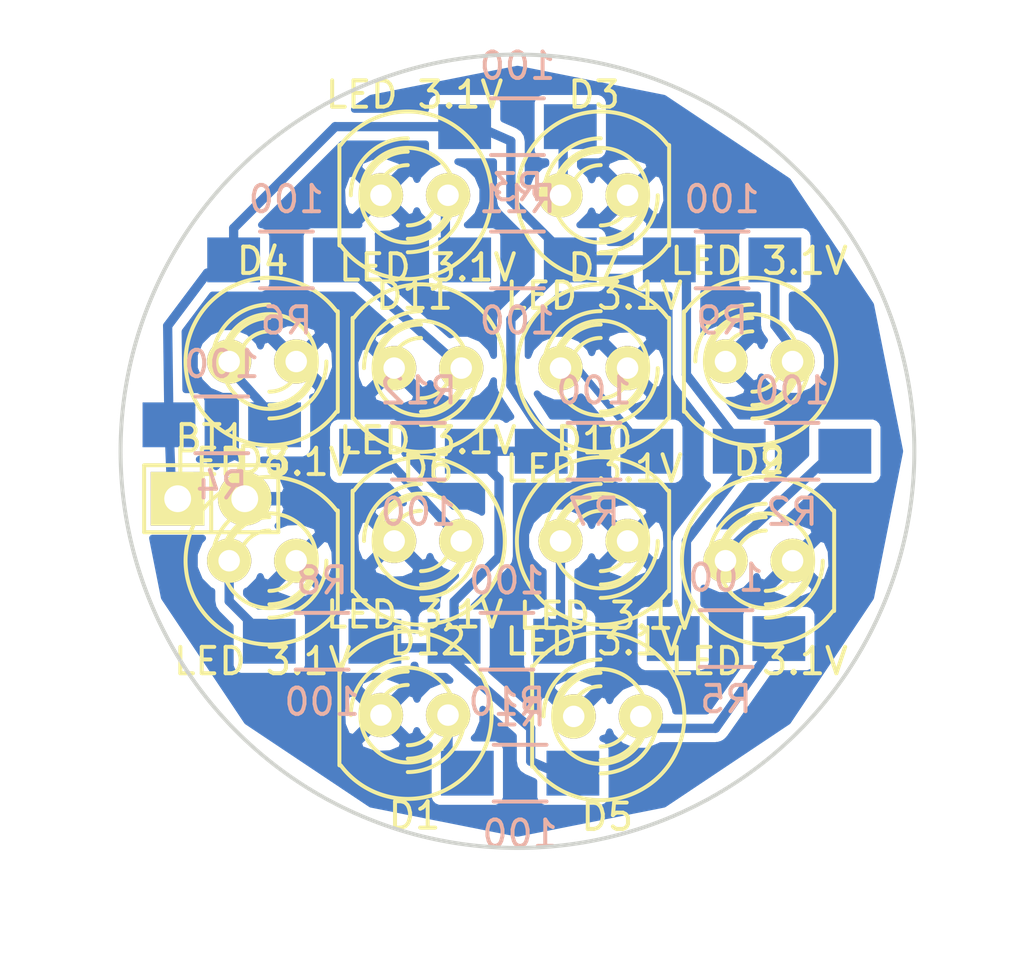
<source format=kicad_pcb>
(kicad_pcb (version 4) (host pcbnew "(2014-jul-16 BZR unknown)-product")

  (general
    (links 36)
    (no_connects 0)
    (area 145.5 86.3 184.800001 120.100001)
    (thickness 1.6)
    (drawings 1)
    (tracks 69)
    (zones 0)
    (modules 25)
    (nets 15)
  )

  (page A4)
  (layers
    (0 F.Cu signal hide)
    (31 B.Cu signal)
    (32 B.Adhes user)
    (33 F.Adhes user)
    (34 B.Paste user)
    (35 F.Paste user)
    (36 B.SilkS user)
    (37 F.SilkS user)
    (38 B.Mask user)
    (39 F.Mask user)
    (40 Dwgs.User user)
    (41 Cmts.User user)
    (42 Eco1.User user)
    (43 Eco2.User user)
    (44 Edge.Cuts user)
    (45 Margin user)
    (46 B.CrtYd user)
    (47 F.CrtYd user)
    (48 B.Fab user)
    (49 F.Fab user)
  )

  (setup
    (last_trace_width 0.254)
    (user_trace_width 0.35)
    (user_trace_width 0.5)
    (trace_clearance 0.254)
    (zone_clearance 0.35)
    (zone_45_only no)
    (trace_min 0.254)
    (segment_width 0.2)
    (edge_width 0.15)
    (via_size 0.889)
    (via_drill 0.635)
    (via_min_size 0.889)
    (via_min_drill 0.508)
    (uvia_size 0.508)
    (uvia_drill 0.127)
    (uvias_allowed no)
    (uvia_min_size 0.508)
    (uvia_min_drill 0.127)
    (pcb_text_width 0.3)
    (pcb_text_size 1 1)
    (mod_edge_width 0.15)
    (mod_text_size 1 1)
    (mod_text_width 0.15)
    (pad_size 1 1)
    (pad_drill 0.6)
    (pad_to_mask_clearance 0)
    (aux_axis_origin 0 0)
    (visible_elements FFFCEFFF)
    (pcbplotparams
      (layerselection 0x00030_80000001)
      (usegerberextensions false)
      (excludeedgelayer true)
      (linewidth 0.200000)
      (plotframeref false)
      (viasonmask false)
      (mode 1)
      (useauxorigin false)
      (hpglpennumber 1)
      (hpglpenspeed 20)
      (hpglpendiameter 15)
      (hpglpenoverlay 2)
      (psnegative false)
      (psa4output false)
      (plotreference true)
      (plotvalue true)
      (plotinvisibletext false)
      (padsonsilk false)
      (subtractmaskfromsilk false)
      (outputformat 1)
      (mirror false)
      (drillshape 1)
      (scaleselection 1)
      (outputdirectory pcb/))
  )

  (net 0 "")
  (net 1 GND)
  (net 2 "Net-(D1-Pad1)")
  (net 3 "Net-(D2-Pad1)")
  (net 4 "Net-(D3-Pad1)")
  (net 5 "Net-(D4-Pad1)")
  (net 6 "Net-(D5-Pad1)")
  (net 7 "Net-(D6-Pad1)")
  (net 8 "Net-(D7-Pad1)")
  (net 9 "Net-(D8-Pad1)")
  (net 10 "Net-(D9-Pad1)")
  (net 11 "Net-(D10-Pad1)")
  (net 12 "Net-(D11-Pad1)")
  (net 13 "Net-(D12-Pad1)")
  (net 14 VCC)

  (net_class Default "This is the default net class."
    (clearance 0.254)
    (trace_width 0.254)
    (via_dia 0.889)
    (via_drill 0.635)
    (uvia_dia 0.508)
    (uvia_drill 0.127)
    (add_net GND)
  )

  (net_class 0.5mm ""
    (clearance 0.254)
    (trace_width 0.5)
    (via_dia 0.889)
    (via_drill 0.635)
    (uvia_dia 0.508)
    (uvia_drill 0.127)
  )

  (net_class Parek ""
    (clearance 0.35)
    (trace_width 0.35)
    (via_dia 0.889)
    (via_drill 0.635)
    (uvia_dia 0.508)
    (uvia_drill 0.127)
    (add_net "Net-(D1-Pad1)")
    (add_net "Net-(D10-Pad1)")
    (add_net "Net-(D11-Pad1)")
    (add_net "Net-(D12-Pad1)")
    (add_net "Net-(D2-Pad1)")
    (add_net "Net-(D3-Pad1)")
    (add_net "Net-(D4-Pad1)")
    (add_net "Net-(D5-Pad1)")
    (add_net "Net-(D6-Pad1)")
    (add_net "Net-(D7-Pad1)")
    (add_net "Net-(D8-Pad1)")
    (add_net "Net-(D9-Pad1)")
    (add_net VCC)
  )

  (module Pin_Headers:Pin_Header_Straight_1x02 placed (layer F.Cu) (tedit 54D3E7D1) (tstamp 54D42AA7)
    (at 152.4 104.8)
    (descr "Through hole pin header")
    (tags "pin header")
    (path /54D3E389)
    (fp_text reference BT1 (at 0 -2.286) (layer F.SilkS)
      (effects (font (size 1 1) (thickness 0.15)))
    )
    (fp_text value 3.3V (at 0 0) (layer F.SilkS) hide
      (effects (font (size 1 1) (thickness 0.15)))
    )
    (fp_line (start 0 -1.27) (end 0 1.27) (layer F.SilkS) (width 0.15))
    (fp_line (start -2.54 -1.27) (end -2.54 1.27) (layer F.SilkS) (width 0.15))
    (fp_line (start -2.54 1.27) (end 0 1.27) (layer F.SilkS) (width 0.15))
    (fp_line (start 0 1.27) (end 2.54 1.27) (layer F.SilkS) (width 0.15))
    (fp_line (start 2.54 1.27) (end 2.54 -1.27) (layer F.SilkS) (width 0.15))
    (fp_line (start 2.54 -1.27) (end -2.54 -1.27) (layer F.SilkS) (width 0.15))
    (pad 1 thru_hole rect (at -1.27 0) (size 2.032 2.032) (drill 1.016) (layers *.Cu *.Mask F.SilkS)
      (net 14 VCC))
    (pad 2 thru_hole oval (at 1.27 0) (size 2.032 2.032) (drill 1.016) (layers *.Cu *.Mask F.SilkS)
      (net 1 GND))
    (model Pin_Headers/Pin_Header_Straight_1x02.wrl
      (at (xyz 0 0 0))
      (scale (xyz 1 1 1))
      (rotate (xyz 0 0 0))
    )
  )

  (module LEDs:LED-5MM placed (layer F.Cu) (tedit 54D3E7D2) (tstamp 54D3E8FD)
    (at 160.1 113 180)
    (descr "LED 5mm - Lead pitch 100mil (2,54mm)")
    (tags "LED led 5mm 5MM 100mil 2,54mm")
    (path /54D3E48F)
    (fp_text reference D1 (at 0 -3.81 180) (layer F.SilkS)
      (effects (font (size 1 1) (thickness 0.15)))
    )
    (fp_text value "LED 3.1V" (at 0 3.81 180) (layer F.SilkS)
      (effects (font (size 1 1) (thickness 0.15)))
    )
    (fp_line (start 2.8448 1.905) (end 2.8448 -1.905) (layer F.SilkS) (width 0.15))
    (fp_circle (center 0.254 0) (end -1.016 1.27) (layer F.SilkS) (width 0.15))
    (fp_arc (start 0.254 0) (end 2.794 1.905) (angle 286.2) (layer F.SilkS) (width 0.15))
    (fp_arc (start 0.254 0) (end -0.889 0) (angle 90) (layer F.SilkS) (width 0.15))
    (fp_arc (start 0.254 0) (end 1.397 0) (angle 90) (layer F.SilkS) (width 0.15))
    (fp_arc (start 0.254 0) (end -1.397 0) (angle 90) (layer F.SilkS) (width 0.15))
    (fp_arc (start 0.254 0) (end 1.905 0) (angle 90) (layer F.SilkS) (width 0.15))
    (fp_arc (start 0.254 0) (end -1.905 0) (angle 90) (layer F.SilkS) (width 0.15))
    (fp_arc (start 0.254 0) (end 2.413 0) (angle 90) (layer F.SilkS) (width 0.15))
    (pad 1 thru_hole circle (at -1.27 0 180) (size 1.6764 1.6764) (drill 0.8128) (layers *.Cu *.Mask F.SilkS)
      (net 2 "Net-(D1-Pad1)"))
    (pad 2 thru_hole circle (at 1.27 0 180) (size 1.6764 1.6764) (drill 0.8128) (layers *.Cu *.Mask F.SilkS)
      (net 1 GND))
    (model LEDs/LED-5MM.wrl
      (at (xyz 0 0 0))
      (scale (xyz 1 1 1))
      (rotate (xyz 0 0 0))
    )
  )

  (module LEDs:LED-5MM placed (layer F.Cu) (tedit 54D3E7D2) (tstamp 54D3E90C)
    (at 173.15 107.15)
    (descr "LED 5mm - Lead pitch 100mil (2,54mm)")
    (tags "LED led 5mm 5MM 100mil 2,54mm")
    (path /54D3EA19)
    (fp_text reference D2 (at 0 -3.81) (layer F.SilkS)
      (effects (font (size 1 1) (thickness 0.15)))
    )
    (fp_text value "LED 3.1V" (at 0 3.81) (layer F.SilkS)
      (effects (font (size 1 1) (thickness 0.15)))
    )
    (fp_line (start 2.8448 1.905) (end 2.8448 -1.905) (layer F.SilkS) (width 0.15))
    (fp_circle (center 0.254 0) (end -1.016 1.27) (layer F.SilkS) (width 0.15))
    (fp_arc (start 0.254 0) (end 2.794 1.905) (angle 286.2) (layer F.SilkS) (width 0.15))
    (fp_arc (start 0.254 0) (end -0.889 0) (angle 90) (layer F.SilkS) (width 0.15))
    (fp_arc (start 0.254 0) (end 1.397 0) (angle 90) (layer F.SilkS) (width 0.15))
    (fp_arc (start 0.254 0) (end -1.397 0) (angle 90) (layer F.SilkS) (width 0.15))
    (fp_arc (start 0.254 0) (end 1.905 0) (angle 90) (layer F.SilkS) (width 0.15))
    (fp_arc (start 0.254 0) (end -1.905 0) (angle 90) (layer F.SilkS) (width 0.15))
    (fp_arc (start 0.254 0) (end 2.413 0) (angle 90) (layer F.SilkS) (width 0.15))
    (pad 1 thru_hole circle (at -1.27 0) (size 1.6764 1.6764) (drill 0.8128) (layers *.Cu *.Mask F.SilkS)
      (net 3 "Net-(D2-Pad1)"))
    (pad 2 thru_hole circle (at 1.27 0) (size 1.6764 1.6764) (drill 0.8128) (layers *.Cu *.Mask F.SilkS)
      (net 1 GND))
    (model LEDs/LED-5MM.wrl
      (at (xyz 0 0 0))
      (scale (xyz 1 1 1))
      (rotate (xyz 0 0 0))
    )
  )

  (module LEDs:LED-5MM placed (layer F.Cu) (tedit 54D3E7D2) (tstamp 54D3E91B)
    (at 166.9 93.3)
    (descr "LED 5mm - Lead pitch 100mil (2,54mm)")
    (tags "LED led 5mm 5MM 100mil 2,54mm")
    (path /54D3EAF6)
    (fp_text reference D3 (at 0 -3.81) (layer F.SilkS)
      (effects (font (size 1 1) (thickness 0.15)))
    )
    (fp_text value "LED 3.1V" (at 0 3.81) (layer F.SilkS)
      (effects (font (size 1 1) (thickness 0.15)))
    )
    (fp_line (start 2.8448 1.905) (end 2.8448 -1.905) (layer F.SilkS) (width 0.15))
    (fp_circle (center 0.254 0) (end -1.016 1.27) (layer F.SilkS) (width 0.15))
    (fp_arc (start 0.254 0) (end 2.794 1.905) (angle 286.2) (layer F.SilkS) (width 0.15))
    (fp_arc (start 0.254 0) (end -0.889 0) (angle 90) (layer F.SilkS) (width 0.15))
    (fp_arc (start 0.254 0) (end 1.397 0) (angle 90) (layer F.SilkS) (width 0.15))
    (fp_arc (start 0.254 0) (end -1.397 0) (angle 90) (layer F.SilkS) (width 0.15))
    (fp_arc (start 0.254 0) (end 1.905 0) (angle 90) (layer F.SilkS) (width 0.15))
    (fp_arc (start 0.254 0) (end -1.905 0) (angle 90) (layer F.SilkS) (width 0.15))
    (fp_arc (start 0.254 0) (end 2.413 0) (angle 90) (layer F.SilkS) (width 0.15))
    (pad 1 thru_hole circle (at -1.27 0) (size 1.6764 1.6764) (drill 0.8128) (layers *.Cu *.Mask F.SilkS)
      (net 4 "Net-(D3-Pad1)"))
    (pad 2 thru_hole circle (at 1.27 0) (size 1.6764 1.6764) (drill 0.8128) (layers *.Cu *.Mask F.SilkS)
      (net 1 GND))
    (model LEDs/LED-5MM.wrl
      (at (xyz 0 0 0))
      (scale (xyz 1 1 1))
      (rotate (xyz 0 0 0))
    )
  )

  (module LEDs:LED-5MM placed (layer F.Cu) (tedit 54D3E7D2) (tstamp 54D3E92A)
    (at 154.35 99.6)
    (descr "LED 5mm - Lead pitch 100mil (2,54mm)")
    (tags "LED led 5mm 5MM 100mil 2,54mm")
    (path /54D3EB02)
    (fp_text reference D4 (at 0 -3.81) (layer F.SilkS)
      (effects (font (size 1 1) (thickness 0.15)))
    )
    (fp_text value "LED 3.1V" (at 0 3.81) (layer F.SilkS)
      (effects (font (size 1 1) (thickness 0.15)))
    )
    (fp_line (start 2.8448 1.905) (end 2.8448 -1.905) (layer F.SilkS) (width 0.15))
    (fp_circle (center 0.254 0) (end -1.016 1.27) (layer F.SilkS) (width 0.15))
    (fp_arc (start 0.254 0) (end 2.794 1.905) (angle 286.2) (layer F.SilkS) (width 0.15))
    (fp_arc (start 0.254 0) (end -0.889 0) (angle 90) (layer F.SilkS) (width 0.15))
    (fp_arc (start 0.254 0) (end 1.397 0) (angle 90) (layer F.SilkS) (width 0.15))
    (fp_arc (start 0.254 0) (end -1.397 0) (angle 90) (layer F.SilkS) (width 0.15))
    (fp_arc (start 0.254 0) (end 1.905 0) (angle 90) (layer F.SilkS) (width 0.15))
    (fp_arc (start 0.254 0) (end -1.905 0) (angle 90) (layer F.SilkS) (width 0.15))
    (fp_arc (start 0.254 0) (end 2.413 0) (angle 90) (layer F.SilkS) (width 0.15))
    (pad 1 thru_hole circle (at -1.27 0) (size 1.6764 1.6764) (drill 0.8128) (layers *.Cu *.Mask F.SilkS)
      (net 5 "Net-(D4-Pad1)"))
    (pad 2 thru_hole circle (at 1.27 0) (size 1.6764 1.6764) (drill 0.8128) (layers *.Cu *.Mask F.SilkS)
      (net 1 GND))
    (model LEDs/LED-5MM.wrl
      (at (xyz 0 0 0))
      (scale (xyz 1 1 1))
      (rotate (xyz 0 0 0))
    )
  )

  (module LEDs:LED-5MM placed (layer F.Cu) (tedit 54D3E7D2) (tstamp 54D3E939)
    (at 167.4 113.05 180)
    (descr "LED 5mm - Lead pitch 100mil (2,54mm)")
    (tags "LED led 5mm 5MM 100mil 2,54mm")
    (path /54D3ED51)
    (fp_text reference D5 (at 0 -3.81 180) (layer F.SilkS)
      (effects (font (size 1 1) (thickness 0.15)))
    )
    (fp_text value "LED 3.1V" (at 0 3.81 180) (layer F.SilkS)
      (effects (font (size 1 1) (thickness 0.15)))
    )
    (fp_line (start 2.8448 1.905) (end 2.8448 -1.905) (layer F.SilkS) (width 0.15))
    (fp_circle (center 0.254 0) (end -1.016 1.27) (layer F.SilkS) (width 0.15))
    (fp_arc (start 0.254 0) (end 2.794 1.905) (angle 286.2) (layer F.SilkS) (width 0.15))
    (fp_arc (start 0.254 0) (end -0.889 0) (angle 90) (layer F.SilkS) (width 0.15))
    (fp_arc (start 0.254 0) (end 1.397 0) (angle 90) (layer F.SilkS) (width 0.15))
    (fp_arc (start 0.254 0) (end -1.397 0) (angle 90) (layer F.SilkS) (width 0.15))
    (fp_arc (start 0.254 0) (end 1.905 0) (angle 90) (layer F.SilkS) (width 0.15))
    (fp_arc (start 0.254 0) (end -1.905 0) (angle 90) (layer F.SilkS) (width 0.15))
    (fp_arc (start 0.254 0) (end 2.413 0) (angle 90) (layer F.SilkS) (width 0.15))
    (pad 1 thru_hole circle (at -1.27 0 180) (size 1.6764 1.6764) (drill 0.8128) (layers *.Cu *.Mask F.SilkS)
      (net 6 "Net-(D5-Pad1)"))
    (pad 2 thru_hole circle (at 1.27 0 180) (size 1.6764 1.6764) (drill 0.8128) (layers *.Cu *.Mask F.SilkS)
      (net 1 GND))
    (model LEDs/LED-5MM.wrl
      (at (xyz 0 0 0))
      (scale (xyz 1 1 1))
      (rotate (xyz 0 0 0))
    )
  )

  (module LEDs:LED-5MM placed (layer F.Cu) (tedit 54D3E7D2) (tstamp 54D3E948)
    (at 160.6 99.85 180)
    (descr "LED 5mm - Lead pitch 100mil (2,54mm)")
    (tags "LED led 5mm 5MM 100mil 2,54mm")
    (path /54D3ED5D)
    (fp_text reference D6 (at 0 -3.81 180) (layer F.SilkS)
      (effects (font (size 1 1) (thickness 0.15)))
    )
    (fp_text value "LED 3.1V" (at 0 3.81 180) (layer F.SilkS)
      (effects (font (size 1 1) (thickness 0.15)))
    )
    (fp_line (start 2.8448 1.905) (end 2.8448 -1.905) (layer F.SilkS) (width 0.15))
    (fp_circle (center 0.254 0) (end -1.016 1.27) (layer F.SilkS) (width 0.15))
    (fp_arc (start 0.254 0) (end 2.794 1.905) (angle 286.2) (layer F.SilkS) (width 0.15))
    (fp_arc (start 0.254 0) (end -0.889 0) (angle 90) (layer F.SilkS) (width 0.15))
    (fp_arc (start 0.254 0) (end 1.397 0) (angle 90) (layer F.SilkS) (width 0.15))
    (fp_arc (start 0.254 0) (end -1.397 0) (angle 90) (layer F.SilkS) (width 0.15))
    (fp_arc (start 0.254 0) (end 1.905 0) (angle 90) (layer F.SilkS) (width 0.15))
    (fp_arc (start 0.254 0) (end -1.905 0) (angle 90) (layer F.SilkS) (width 0.15))
    (fp_arc (start 0.254 0) (end 2.413 0) (angle 90) (layer F.SilkS) (width 0.15))
    (pad 1 thru_hole circle (at -1.27 0 180) (size 1.6764 1.6764) (drill 0.8128) (layers *.Cu *.Mask F.SilkS)
      (net 7 "Net-(D6-Pad1)"))
    (pad 2 thru_hole circle (at 1.27 0 180) (size 1.6764 1.6764) (drill 0.8128) (layers *.Cu *.Mask F.SilkS)
      (net 1 GND))
    (model LEDs/LED-5MM.wrl
      (at (xyz 0 0 0))
      (scale (xyz 1 1 1))
      (rotate (xyz 0 0 0))
    )
  )

  (module LEDs:LED-5MM placed (layer F.Cu) (tedit 54D3E7D2) (tstamp 54D3E957)
    (at 166.9 99.85)
    (descr "LED 5mm - Lead pitch 100mil (2,54mm)")
    (tags "LED led 5mm 5MM 100mil 2,54mm")
    (path /54D3ED69)
    (fp_text reference D7 (at 0 -3.81) (layer F.SilkS)
      (effects (font (size 1 1) (thickness 0.15)))
    )
    (fp_text value "LED 3.1V" (at 0 3.81) (layer F.SilkS)
      (effects (font (size 1 1) (thickness 0.15)))
    )
    (fp_line (start 2.8448 1.905) (end 2.8448 -1.905) (layer F.SilkS) (width 0.15))
    (fp_circle (center 0.254 0) (end -1.016 1.27) (layer F.SilkS) (width 0.15))
    (fp_arc (start 0.254 0) (end 2.794 1.905) (angle 286.2) (layer F.SilkS) (width 0.15))
    (fp_arc (start 0.254 0) (end -0.889 0) (angle 90) (layer F.SilkS) (width 0.15))
    (fp_arc (start 0.254 0) (end 1.397 0) (angle 90) (layer F.SilkS) (width 0.15))
    (fp_arc (start 0.254 0) (end -1.397 0) (angle 90) (layer F.SilkS) (width 0.15))
    (fp_arc (start 0.254 0) (end 1.905 0) (angle 90) (layer F.SilkS) (width 0.15))
    (fp_arc (start 0.254 0) (end -1.905 0) (angle 90) (layer F.SilkS) (width 0.15))
    (fp_arc (start 0.254 0) (end 2.413 0) (angle 90) (layer F.SilkS) (width 0.15))
    (pad 1 thru_hole circle (at -1.27 0) (size 1.6764 1.6764) (drill 0.8128) (layers *.Cu *.Mask F.SilkS)
      (net 8 "Net-(D7-Pad1)"))
    (pad 2 thru_hole circle (at 1.27 0) (size 1.6764 1.6764) (drill 0.8128) (layers *.Cu *.Mask F.SilkS)
      (net 1 GND))
    (model LEDs/LED-5MM.wrl
      (at (xyz 0 0 0))
      (scale (xyz 1 1 1))
      (rotate (xyz 0 0 0))
    )
  )

  (module LEDs:LED-5MM placed (layer F.Cu) (tedit 54D3E7D2) (tstamp 54D3E966)
    (at 154.35 107.15)
    (descr "LED 5mm - Lead pitch 100mil (2,54mm)")
    (tags "LED led 5mm 5MM 100mil 2,54mm")
    (path /54D3ED75)
    (fp_text reference D8 (at 0 -3.81) (layer F.SilkS)
      (effects (font (size 1 1) (thickness 0.15)))
    )
    (fp_text value "LED 3.1V" (at 0 3.81) (layer F.SilkS)
      (effects (font (size 1 1) (thickness 0.15)))
    )
    (fp_line (start 2.8448 1.905) (end 2.8448 -1.905) (layer F.SilkS) (width 0.15))
    (fp_circle (center 0.254 0) (end -1.016 1.27) (layer F.SilkS) (width 0.15))
    (fp_arc (start 0.254 0) (end 2.794 1.905) (angle 286.2) (layer F.SilkS) (width 0.15))
    (fp_arc (start 0.254 0) (end -0.889 0) (angle 90) (layer F.SilkS) (width 0.15))
    (fp_arc (start 0.254 0) (end 1.397 0) (angle 90) (layer F.SilkS) (width 0.15))
    (fp_arc (start 0.254 0) (end -1.397 0) (angle 90) (layer F.SilkS) (width 0.15))
    (fp_arc (start 0.254 0) (end 1.905 0) (angle 90) (layer F.SilkS) (width 0.15))
    (fp_arc (start 0.254 0) (end -1.905 0) (angle 90) (layer F.SilkS) (width 0.15))
    (fp_arc (start 0.254 0) (end 2.413 0) (angle 90) (layer F.SilkS) (width 0.15))
    (pad 1 thru_hole circle (at -1.27 0) (size 1.6764 1.6764) (drill 0.8128) (layers *.Cu *.Mask F.SilkS)
      (net 9 "Net-(D8-Pad1)"))
    (pad 2 thru_hole circle (at 1.27 0) (size 1.6764 1.6764) (drill 0.8128) (layers *.Cu *.Mask F.SilkS)
      (net 1 GND))
    (model LEDs/LED-5MM.wrl
      (at (xyz 0 0 0))
      (scale (xyz 1 1 1))
      (rotate (xyz 0 0 0))
    )
  )

  (module LEDs:LED-5MM placed (layer F.Cu) (tedit 54D3E7D2) (tstamp 54D3E975)
    (at 173.15 99.6 180)
    (descr "LED 5mm - Lead pitch 100mil (2,54mm)")
    (tags "LED led 5mm 5MM 100mil 2,54mm")
    (path /54D3F073)
    (fp_text reference D9 (at 0 -3.81 180) (layer F.SilkS)
      (effects (font (size 1 1) (thickness 0.15)))
    )
    (fp_text value "LED 3.1V" (at 0 3.81 180) (layer F.SilkS)
      (effects (font (size 1 1) (thickness 0.15)))
    )
    (fp_line (start 2.8448 1.905) (end 2.8448 -1.905) (layer F.SilkS) (width 0.15))
    (fp_circle (center 0.254 0) (end -1.016 1.27) (layer F.SilkS) (width 0.15))
    (fp_arc (start 0.254 0) (end 2.794 1.905) (angle 286.2) (layer F.SilkS) (width 0.15))
    (fp_arc (start 0.254 0) (end -0.889 0) (angle 90) (layer F.SilkS) (width 0.15))
    (fp_arc (start 0.254 0) (end 1.397 0) (angle 90) (layer F.SilkS) (width 0.15))
    (fp_arc (start 0.254 0) (end -1.397 0) (angle 90) (layer F.SilkS) (width 0.15))
    (fp_arc (start 0.254 0) (end 1.905 0) (angle 90) (layer F.SilkS) (width 0.15))
    (fp_arc (start 0.254 0) (end -1.905 0) (angle 90) (layer F.SilkS) (width 0.15))
    (fp_arc (start 0.254 0) (end 2.413 0) (angle 90) (layer F.SilkS) (width 0.15))
    (pad 1 thru_hole circle (at -1.27 0 180) (size 1.6764 1.6764) (drill 0.8128) (layers *.Cu *.Mask F.SilkS)
      (net 10 "Net-(D9-Pad1)"))
    (pad 2 thru_hole circle (at 1.27 0 180) (size 1.6764 1.6764) (drill 0.8128) (layers *.Cu *.Mask F.SilkS)
      (net 1 GND))
    (model LEDs/LED-5MM.wrl
      (at (xyz 0 0 0))
      (scale (xyz 1 1 1))
      (rotate (xyz 0 0 0))
    )
  )

  (module LEDs:LED-5MM placed (layer F.Cu) (tedit 54D3E7D2) (tstamp 54D3E984)
    (at 166.9 106.4)
    (descr "LED 5mm - Lead pitch 100mil (2,54mm)")
    (tags "LED led 5mm 5MM 100mil 2,54mm")
    (path /54D3F07F)
    (fp_text reference D10 (at 0 -3.81) (layer F.SilkS)
      (effects (font (size 1 1) (thickness 0.15)))
    )
    (fp_text value "LED 3.1V" (at 0 3.81) (layer F.SilkS)
      (effects (font (size 1 1) (thickness 0.15)))
    )
    (fp_line (start 2.8448 1.905) (end 2.8448 -1.905) (layer F.SilkS) (width 0.15))
    (fp_circle (center 0.254 0) (end -1.016 1.27) (layer F.SilkS) (width 0.15))
    (fp_arc (start 0.254 0) (end 2.794 1.905) (angle 286.2) (layer F.SilkS) (width 0.15))
    (fp_arc (start 0.254 0) (end -0.889 0) (angle 90) (layer F.SilkS) (width 0.15))
    (fp_arc (start 0.254 0) (end 1.397 0) (angle 90) (layer F.SilkS) (width 0.15))
    (fp_arc (start 0.254 0) (end -1.397 0) (angle 90) (layer F.SilkS) (width 0.15))
    (fp_arc (start 0.254 0) (end 1.905 0) (angle 90) (layer F.SilkS) (width 0.15))
    (fp_arc (start 0.254 0) (end -1.905 0) (angle 90) (layer F.SilkS) (width 0.15))
    (fp_arc (start 0.254 0) (end 2.413 0) (angle 90) (layer F.SilkS) (width 0.15))
    (pad 1 thru_hole circle (at -1.27 0) (size 1.6764 1.6764) (drill 0.8128) (layers *.Cu *.Mask F.SilkS)
      (net 11 "Net-(D10-Pad1)"))
    (pad 2 thru_hole circle (at 1.27 0) (size 1.6764 1.6764) (drill 0.8128) (layers *.Cu *.Mask F.SilkS)
      (net 1 GND))
    (model LEDs/LED-5MM.wrl
      (at (xyz 0 0 0))
      (scale (xyz 1 1 1))
      (rotate (xyz 0 0 0))
    )
  )

  (module LEDs:LED-5MM placed (layer F.Cu) (tedit 54D3E7D2) (tstamp 54D3E993)
    (at 160.1 93.3 180)
    (descr "LED 5mm - Lead pitch 100mil (2,54mm)")
    (tags "LED led 5mm 5MM 100mil 2,54mm")
    (path /54D3F08B)
    (fp_text reference D11 (at 0 -3.81 180) (layer F.SilkS)
      (effects (font (size 1 1) (thickness 0.15)))
    )
    (fp_text value "LED 3.1V" (at 0 3.81 180) (layer F.SilkS)
      (effects (font (size 1 1) (thickness 0.15)))
    )
    (fp_line (start 2.8448 1.905) (end 2.8448 -1.905) (layer F.SilkS) (width 0.15))
    (fp_circle (center 0.254 0) (end -1.016 1.27) (layer F.SilkS) (width 0.15))
    (fp_arc (start 0.254 0) (end 2.794 1.905) (angle 286.2) (layer F.SilkS) (width 0.15))
    (fp_arc (start 0.254 0) (end -0.889 0) (angle 90) (layer F.SilkS) (width 0.15))
    (fp_arc (start 0.254 0) (end 1.397 0) (angle 90) (layer F.SilkS) (width 0.15))
    (fp_arc (start 0.254 0) (end -1.397 0) (angle 90) (layer F.SilkS) (width 0.15))
    (fp_arc (start 0.254 0) (end 1.905 0) (angle 90) (layer F.SilkS) (width 0.15))
    (fp_arc (start 0.254 0) (end -1.905 0) (angle 90) (layer F.SilkS) (width 0.15))
    (fp_arc (start 0.254 0) (end 2.413 0) (angle 90) (layer F.SilkS) (width 0.15))
    (pad 1 thru_hole circle (at -1.27 0 180) (size 1.6764 1.6764) (drill 0.8128) (layers *.Cu *.Mask F.SilkS)
      (net 12 "Net-(D11-Pad1)"))
    (pad 2 thru_hole circle (at 1.27 0 180) (size 1.6764 1.6764) (drill 0.8128) (layers *.Cu *.Mask F.SilkS)
      (net 1 GND))
    (model LEDs/LED-5MM.wrl
      (at (xyz 0 0 0))
      (scale (xyz 1 1 1))
      (rotate (xyz 0 0 0))
    )
  )

  (module LEDs:LED-5MM placed (layer F.Cu) (tedit 54D3E7D2) (tstamp 54D3E9A2)
    (at 160.6 106.4 180)
    (descr "LED 5mm - Lead pitch 100mil (2,54mm)")
    (tags "LED led 5mm 5MM 100mil 2,54mm")
    (path /54D3F097)
    (fp_text reference D12 (at 0 -3.81 180) (layer F.SilkS)
      (effects (font (size 1 1) (thickness 0.15)))
    )
    (fp_text value "LED 3.1V" (at 0 3.81 180) (layer F.SilkS)
      (effects (font (size 1 1) (thickness 0.15)))
    )
    (fp_line (start 2.8448 1.905) (end 2.8448 -1.905) (layer F.SilkS) (width 0.15))
    (fp_circle (center 0.254 0) (end -1.016 1.27) (layer F.SilkS) (width 0.15))
    (fp_arc (start 0.254 0) (end 2.794 1.905) (angle 286.2) (layer F.SilkS) (width 0.15))
    (fp_arc (start 0.254 0) (end -0.889 0) (angle 90) (layer F.SilkS) (width 0.15))
    (fp_arc (start 0.254 0) (end 1.397 0) (angle 90) (layer F.SilkS) (width 0.15))
    (fp_arc (start 0.254 0) (end -1.397 0) (angle 90) (layer F.SilkS) (width 0.15))
    (fp_arc (start 0.254 0) (end 1.905 0) (angle 90) (layer F.SilkS) (width 0.15))
    (fp_arc (start 0.254 0) (end -1.905 0) (angle 90) (layer F.SilkS) (width 0.15))
    (fp_arc (start 0.254 0) (end 2.413 0) (angle 90) (layer F.SilkS) (width 0.15))
    (pad 1 thru_hole circle (at -1.27 0 180) (size 1.6764 1.6764) (drill 0.8128) (layers *.Cu *.Mask F.SilkS)
      (net 13 "Net-(D12-Pad1)"))
    (pad 2 thru_hole circle (at 1.27 0 180) (size 1.6764 1.6764) (drill 0.8128) (layers *.Cu *.Mask F.SilkS)
      (net 1 GND))
    (model LEDs/LED-5MM.wrl
      (at (xyz 0 0 0))
      (scale (xyz 1 1 1))
      (rotate (xyz 0 0 0))
    )
  )

  (module Resistors_SMD:R_1206_HandSoldering placed (layer B.Cu) (tedit 5418A20D) (tstamp 54D3E9AE)
    (at 164.1 115.2 180)
    (descr "Resistor SMD 1206, hand soldering")
    (tags "resistor 1206")
    (path /54D3E546)
    (attr smd)
    (fp_text reference R1 (at 0 2.3 180) (layer B.SilkS)
      (effects (font (size 1 1) (thickness 0.15)) (justify mirror))
    )
    (fp_text value 100 (at 0 -2.3 180) (layer B.SilkS)
      (effects (font (size 1 1) (thickness 0.15)) (justify mirror))
    )
    (fp_line (start -3.3 1.2) (end 3.3 1.2) (layer B.CrtYd) (width 0.05))
    (fp_line (start -3.3 -1.2) (end 3.3 -1.2) (layer B.CrtYd) (width 0.05))
    (fp_line (start -3.3 1.2) (end -3.3 -1.2) (layer B.CrtYd) (width 0.05))
    (fp_line (start 3.3 1.2) (end 3.3 -1.2) (layer B.CrtYd) (width 0.05))
    (fp_line (start 1 -1.075) (end -1 -1.075) (layer B.SilkS) (width 0.15))
    (fp_line (start -1 1.075) (end 1 1.075) (layer B.SilkS) (width 0.15))
    (pad 1 smd rect (at -2 0 180) (size 2 1.7) (layers B.Cu B.Paste B.Mask)
      (net 14 VCC))
    (pad 2 smd rect (at 2 0 180) (size 2 1.7) (layers B.Cu B.Paste B.Mask)
      (net 2 "Net-(D1-Pad1)"))
    (model Resistors_SMD/R_1206_HandSoldering.wrl
      (at (xyz 0 0 0))
      (scale (xyz 1 1 1))
      (rotate (xyz 0 0 0))
    )
  )

  (module Resistors_SMD:R_1206_HandSoldering placed (layer B.Cu) (tedit 5418A20D) (tstamp 54D42D0B)
    (at 174.4 103)
    (descr "Resistor SMD 1206, hand soldering")
    (tags "resistor 1206")
    (path /54D3EA1F)
    (attr smd)
    (fp_text reference R2 (at 0 2.3) (layer B.SilkS)
      (effects (font (size 1 1) (thickness 0.15)) (justify mirror))
    )
    (fp_text value 100 (at 0 -2.3) (layer B.SilkS)
      (effects (font (size 1 1) (thickness 0.15)) (justify mirror))
    )
    (fp_line (start -3.3 1.2) (end 3.3 1.2) (layer B.CrtYd) (width 0.05))
    (fp_line (start -3.3 -1.2) (end 3.3 -1.2) (layer B.CrtYd) (width 0.05))
    (fp_line (start -3.3 1.2) (end -3.3 -1.2) (layer B.CrtYd) (width 0.05))
    (fp_line (start 3.3 1.2) (end 3.3 -1.2) (layer B.CrtYd) (width 0.05))
    (fp_line (start 1 -1.075) (end -1 -1.075) (layer B.SilkS) (width 0.15))
    (fp_line (start -1 1.075) (end 1 1.075) (layer B.SilkS) (width 0.15))
    (pad 1 smd rect (at -2 0) (size 2 1.7) (layers B.Cu B.Paste B.Mask)
      (net 14 VCC))
    (pad 2 smd rect (at 2 0) (size 2 1.7) (layers B.Cu B.Paste B.Mask)
      (net 3 "Net-(D2-Pad1)"))
    (model Resistors_SMD/R_1206_HandSoldering.wrl
      (at (xyz 0 0 0))
      (scale (xyz 1 1 1))
      (rotate (xyz 0 0 0))
    )
  )

  (module Resistors_SMD:R_1206_HandSoldering placed (layer B.Cu) (tedit 5418A20D) (tstamp 54D3E9C6)
    (at 164 90.7)
    (descr "Resistor SMD 1206, hand soldering")
    (tags "resistor 1206")
    (path /54D3EAFC)
    (attr smd)
    (fp_text reference R3 (at 0 2.3) (layer B.SilkS)
      (effects (font (size 1 1) (thickness 0.15)) (justify mirror))
    )
    (fp_text value 100 (at 0 -2.3) (layer B.SilkS)
      (effects (font (size 1 1) (thickness 0.15)) (justify mirror))
    )
    (fp_line (start -3.3 1.2) (end 3.3 1.2) (layer B.CrtYd) (width 0.05))
    (fp_line (start -3.3 -1.2) (end 3.3 -1.2) (layer B.CrtYd) (width 0.05))
    (fp_line (start -3.3 1.2) (end -3.3 -1.2) (layer B.CrtYd) (width 0.05))
    (fp_line (start 3.3 1.2) (end 3.3 -1.2) (layer B.CrtYd) (width 0.05))
    (fp_line (start 1 -1.075) (end -1 -1.075) (layer B.SilkS) (width 0.15))
    (fp_line (start -1 1.075) (end 1 1.075) (layer B.SilkS) (width 0.15))
    (pad 1 smd rect (at -2 0) (size 2 1.7) (layers B.Cu B.Paste B.Mask)
      (net 14 VCC))
    (pad 2 smd rect (at 2 0) (size 2 1.7) (layers B.Cu B.Paste B.Mask)
      (net 4 "Net-(D3-Pad1)"))
    (model Resistors_SMD/R_1206_HandSoldering.wrl
      (at (xyz 0 0 0))
      (scale (xyz 1 1 1))
      (rotate (xyz 0 0 0))
    )
  )

  (module Resistors_SMD:R_1206_HandSoldering placed (layer B.Cu) (tedit 5418A20D) (tstamp 54D3E9D2)
    (at 152.8 102)
    (descr "Resistor SMD 1206, hand soldering")
    (tags "resistor 1206")
    (path /54D3EB08)
    (attr smd)
    (fp_text reference R4 (at 0 2.3) (layer B.SilkS)
      (effects (font (size 1 1) (thickness 0.15)) (justify mirror))
    )
    (fp_text value 100 (at 0 -2.3) (layer B.SilkS)
      (effects (font (size 1 1) (thickness 0.15)) (justify mirror))
    )
    (fp_line (start -3.3 1.2) (end 3.3 1.2) (layer B.CrtYd) (width 0.05))
    (fp_line (start -3.3 -1.2) (end 3.3 -1.2) (layer B.CrtYd) (width 0.05))
    (fp_line (start -3.3 1.2) (end -3.3 -1.2) (layer B.CrtYd) (width 0.05))
    (fp_line (start 3.3 1.2) (end 3.3 -1.2) (layer B.CrtYd) (width 0.05))
    (fp_line (start 1 -1.075) (end -1 -1.075) (layer B.SilkS) (width 0.15))
    (fp_line (start -1 1.075) (end 1 1.075) (layer B.SilkS) (width 0.15))
    (pad 1 smd rect (at -2 0) (size 2 1.7) (layers B.Cu B.Paste B.Mask)
      (net 14 VCC))
    (pad 2 smd rect (at 2 0) (size 2 1.7) (layers B.Cu B.Paste B.Mask)
      (net 5 "Net-(D4-Pad1)"))
    (model Resistors_SMD/R_1206_HandSoldering.wrl
      (at (xyz 0 0 0))
      (scale (xyz 1 1 1))
      (rotate (xyz 0 0 0))
    )
  )

  (module Resistors_SMD:R_1206_HandSoldering placed (layer B.Cu) (tedit 5418A20D) (tstamp 54D3E9DE)
    (at 171.9 110.1)
    (descr "Resistor SMD 1206, hand soldering")
    (tags "resistor 1206")
    (path /54D3ED57)
    (attr smd)
    (fp_text reference R5 (at 0 2.3) (layer B.SilkS)
      (effects (font (size 1 1) (thickness 0.15)) (justify mirror))
    )
    (fp_text value 100 (at 0 -2.3) (layer B.SilkS)
      (effects (font (size 1 1) (thickness 0.15)) (justify mirror))
    )
    (fp_line (start -3.3 1.2) (end 3.3 1.2) (layer B.CrtYd) (width 0.05))
    (fp_line (start -3.3 -1.2) (end 3.3 -1.2) (layer B.CrtYd) (width 0.05))
    (fp_line (start -3.3 1.2) (end -3.3 -1.2) (layer B.CrtYd) (width 0.05))
    (fp_line (start 3.3 1.2) (end 3.3 -1.2) (layer B.CrtYd) (width 0.05))
    (fp_line (start 1 -1.075) (end -1 -1.075) (layer B.SilkS) (width 0.15))
    (fp_line (start -1 1.075) (end 1 1.075) (layer B.SilkS) (width 0.15))
    (pad 1 smd rect (at -2 0) (size 2 1.7) (layers B.Cu B.Paste B.Mask)
      (net 14 VCC))
    (pad 2 smd rect (at 2 0) (size 2 1.7) (layers B.Cu B.Paste B.Mask)
      (net 6 "Net-(D5-Pad1)"))
    (model Resistors_SMD/R_1206_HandSoldering.wrl
      (at (xyz 0 0 0))
      (scale (xyz 1 1 1))
      (rotate (xyz 0 0 0))
    )
  )

  (module Resistors_SMD:R_1206_HandSoldering placed (layer B.Cu) (tedit 5418A20D) (tstamp 54D3E9EA)
    (at 155.25 95.75)
    (descr "Resistor SMD 1206, hand soldering")
    (tags "resistor 1206")
    (path /54D3ED63)
    (attr smd)
    (fp_text reference R6 (at 0 2.3) (layer B.SilkS)
      (effects (font (size 1 1) (thickness 0.15)) (justify mirror))
    )
    (fp_text value 100 (at 0 -2.3) (layer B.SilkS)
      (effects (font (size 1 1) (thickness 0.15)) (justify mirror))
    )
    (fp_line (start -3.3 1.2) (end 3.3 1.2) (layer B.CrtYd) (width 0.05))
    (fp_line (start -3.3 -1.2) (end 3.3 -1.2) (layer B.CrtYd) (width 0.05))
    (fp_line (start -3.3 1.2) (end -3.3 -1.2) (layer B.CrtYd) (width 0.05))
    (fp_line (start 3.3 1.2) (end 3.3 -1.2) (layer B.CrtYd) (width 0.05))
    (fp_line (start 1 -1.075) (end -1 -1.075) (layer B.SilkS) (width 0.15))
    (fp_line (start -1 1.075) (end 1 1.075) (layer B.SilkS) (width 0.15))
    (pad 1 smd rect (at -2 0) (size 2 1.7) (layers B.Cu B.Paste B.Mask)
      (net 14 VCC))
    (pad 2 smd rect (at 2 0) (size 2 1.7) (layers B.Cu B.Paste B.Mask)
      (net 7 "Net-(D6-Pad1)"))
    (model Resistors_SMD/R_1206_HandSoldering.wrl
      (at (xyz 0 0 0))
      (scale (xyz 1 1 1))
      (rotate (xyz 0 0 0))
    )
  )

  (module Resistors_SMD:R_1206_HandSoldering placed (layer B.Cu) (tedit 5418A20D) (tstamp 54D3E9F6)
    (at 166.9 103)
    (descr "Resistor SMD 1206, hand soldering")
    (tags "resistor 1206")
    (path /54D3ED6F)
    (attr smd)
    (fp_text reference R7 (at 0 2.3) (layer B.SilkS)
      (effects (font (size 1 1) (thickness 0.15)) (justify mirror))
    )
    (fp_text value 100 (at 0 -2.3) (layer B.SilkS)
      (effects (font (size 1 1) (thickness 0.15)) (justify mirror))
    )
    (fp_line (start -3.3 1.2) (end 3.3 1.2) (layer B.CrtYd) (width 0.05))
    (fp_line (start -3.3 -1.2) (end 3.3 -1.2) (layer B.CrtYd) (width 0.05))
    (fp_line (start -3.3 1.2) (end -3.3 -1.2) (layer B.CrtYd) (width 0.05))
    (fp_line (start 3.3 1.2) (end 3.3 -1.2) (layer B.CrtYd) (width 0.05))
    (fp_line (start 1 -1.075) (end -1 -1.075) (layer B.SilkS) (width 0.15))
    (fp_line (start -1 1.075) (end 1 1.075) (layer B.SilkS) (width 0.15))
    (pad 1 smd rect (at -2 0) (size 2 1.7) (layers B.Cu B.Paste B.Mask)
      (net 14 VCC))
    (pad 2 smd rect (at 2 0) (size 2 1.7) (layers B.Cu B.Paste B.Mask)
      (net 8 "Net-(D7-Pad1)"))
    (model Resistors_SMD/R_1206_HandSoldering.wrl
      (at (xyz 0 0 0))
      (scale (xyz 1 1 1))
      (rotate (xyz 0 0 0))
    )
  )

  (module Resistors_SMD:R_1206_HandSoldering placed (layer B.Cu) (tedit 5418A20D) (tstamp 54D3EA02)
    (at 156.6 110.2 180)
    (descr "Resistor SMD 1206, hand soldering")
    (tags "resistor 1206")
    (path /54D3ED7B)
    (attr smd)
    (fp_text reference R8 (at 0 2.3 180) (layer B.SilkS)
      (effects (font (size 1 1) (thickness 0.15)) (justify mirror))
    )
    (fp_text value 100 (at 0 -2.3 180) (layer B.SilkS)
      (effects (font (size 1 1) (thickness 0.15)) (justify mirror))
    )
    (fp_line (start -3.3 1.2) (end 3.3 1.2) (layer B.CrtYd) (width 0.05))
    (fp_line (start -3.3 -1.2) (end 3.3 -1.2) (layer B.CrtYd) (width 0.05))
    (fp_line (start -3.3 1.2) (end -3.3 -1.2) (layer B.CrtYd) (width 0.05))
    (fp_line (start 3.3 1.2) (end 3.3 -1.2) (layer B.CrtYd) (width 0.05))
    (fp_line (start 1 -1.075) (end -1 -1.075) (layer B.SilkS) (width 0.15))
    (fp_line (start -1 1.075) (end 1 1.075) (layer B.SilkS) (width 0.15))
    (pad 1 smd rect (at -2 0 180) (size 2 1.7) (layers B.Cu B.Paste B.Mask)
      (net 14 VCC))
    (pad 2 smd rect (at 2 0 180) (size 2 1.7) (layers B.Cu B.Paste B.Mask)
      (net 9 "Net-(D8-Pad1)"))
    (model Resistors_SMD/R_1206_HandSoldering.wrl
      (at (xyz 0 0 0))
      (scale (xyz 1 1 1))
      (rotate (xyz 0 0 0))
    )
  )

  (module Resistors_SMD:R_1206_HandSoldering placed (layer B.Cu) (tedit 5418A20D) (tstamp 54D3EA0E)
    (at 171.75 95.75)
    (descr "Resistor SMD 1206, hand soldering")
    (tags "resistor 1206")
    (path /54D3F079)
    (attr smd)
    (fp_text reference R9 (at 0 2.3) (layer B.SilkS)
      (effects (font (size 1 1) (thickness 0.15)) (justify mirror))
    )
    (fp_text value 100 (at 0 -2.3) (layer B.SilkS)
      (effects (font (size 1 1) (thickness 0.15)) (justify mirror))
    )
    (fp_line (start -3.3 1.2) (end 3.3 1.2) (layer B.CrtYd) (width 0.05))
    (fp_line (start -3.3 -1.2) (end 3.3 -1.2) (layer B.CrtYd) (width 0.05))
    (fp_line (start -3.3 1.2) (end -3.3 -1.2) (layer B.CrtYd) (width 0.05))
    (fp_line (start 3.3 1.2) (end 3.3 -1.2) (layer B.CrtYd) (width 0.05))
    (fp_line (start 1 -1.075) (end -1 -1.075) (layer B.SilkS) (width 0.15))
    (fp_line (start -1 1.075) (end 1 1.075) (layer B.SilkS) (width 0.15))
    (pad 1 smd rect (at -2 0) (size 2 1.7) (layers B.Cu B.Paste B.Mask)
      (net 14 VCC))
    (pad 2 smd rect (at 2 0) (size 2 1.7) (layers B.Cu B.Paste B.Mask)
      (net 10 "Net-(D9-Pad1)"))
    (model Resistors_SMD/R_1206_HandSoldering.wrl
      (at (xyz 0 0 0))
      (scale (xyz 1 1 1))
      (rotate (xyz 0 0 0))
    )
  )

  (module Resistors_SMD:R_1206_HandSoldering placed (layer B.Cu) (tedit 5418A20D) (tstamp 54D3EA1A)
    (at 163.6 110.2)
    (descr "Resistor SMD 1206, hand soldering")
    (tags "resistor 1206")
    (path /54D3F085)
    (attr smd)
    (fp_text reference R10 (at 0 2.3) (layer B.SilkS)
      (effects (font (size 1 1) (thickness 0.15)) (justify mirror))
    )
    (fp_text value 100 (at 0 -2.3) (layer B.SilkS)
      (effects (font (size 1 1) (thickness 0.15)) (justify mirror))
    )
    (fp_line (start -3.3 1.2) (end 3.3 1.2) (layer B.CrtYd) (width 0.05))
    (fp_line (start -3.3 -1.2) (end 3.3 -1.2) (layer B.CrtYd) (width 0.05))
    (fp_line (start -3.3 1.2) (end -3.3 -1.2) (layer B.CrtYd) (width 0.05))
    (fp_line (start 3.3 1.2) (end 3.3 -1.2) (layer B.CrtYd) (width 0.05))
    (fp_line (start 1 -1.075) (end -1 -1.075) (layer B.SilkS) (width 0.15))
    (fp_line (start -1 1.075) (end 1 1.075) (layer B.SilkS) (width 0.15))
    (pad 1 smd rect (at -2 0) (size 2 1.7) (layers B.Cu B.Paste B.Mask)
      (net 14 VCC))
    (pad 2 smd rect (at 2 0) (size 2 1.7) (layers B.Cu B.Paste B.Mask)
      (net 11 "Net-(D10-Pad1)"))
    (model Resistors_SMD/R_1206_HandSoldering.wrl
      (at (xyz 0 0 0))
      (scale (xyz 1 1 1))
      (rotate (xyz 0 0 0))
    )
  )

  (module Resistors_SMD:R_1206_HandSoldering placed (layer B.Cu) (tedit 5418A20D) (tstamp 54D3EA26)
    (at 164 95.75 180)
    (descr "Resistor SMD 1206, hand soldering")
    (tags "resistor 1206")
    (path /54D3F091)
    (attr smd)
    (fp_text reference R11 (at 0 2.3 180) (layer B.SilkS)
      (effects (font (size 1 1) (thickness 0.15)) (justify mirror))
    )
    (fp_text value 100 (at 0 -2.3 180) (layer B.SilkS)
      (effects (font (size 1 1) (thickness 0.15)) (justify mirror))
    )
    (fp_line (start -3.3 1.2) (end 3.3 1.2) (layer B.CrtYd) (width 0.05))
    (fp_line (start -3.3 -1.2) (end 3.3 -1.2) (layer B.CrtYd) (width 0.05))
    (fp_line (start -3.3 1.2) (end -3.3 -1.2) (layer B.CrtYd) (width 0.05))
    (fp_line (start 3.3 1.2) (end 3.3 -1.2) (layer B.CrtYd) (width 0.05))
    (fp_line (start 1 -1.075) (end -1 -1.075) (layer B.SilkS) (width 0.15))
    (fp_line (start -1 1.075) (end 1 1.075) (layer B.SilkS) (width 0.15))
    (pad 1 smd rect (at -2 0 180) (size 2 1.7) (layers B.Cu B.Paste B.Mask)
      (net 14 VCC))
    (pad 2 smd rect (at 2 0 180) (size 2 1.7) (layers B.Cu B.Paste B.Mask)
      (net 12 "Net-(D11-Pad1)"))
    (model Resistors_SMD/R_1206_HandSoldering.wrl
      (at (xyz 0 0 0))
      (scale (xyz 1 1 1))
      (rotate (xyz 0 0 0))
    )
  )

  (module Resistors_SMD:R_1206_HandSoldering placed (layer B.Cu) (tedit 5418A20D) (tstamp 54D427BC)
    (at 160.25 103 180)
    (descr "Resistor SMD 1206, hand soldering")
    (tags "resistor 1206")
    (path /54D3F09D)
    (attr smd)
    (fp_text reference R12 (at 0 2.3 180) (layer B.SilkS)
      (effects (font (size 1 1) (thickness 0.15)) (justify mirror))
    )
    (fp_text value 100 (at 0 -2.3 180) (layer B.SilkS)
      (effects (font (size 1 1) (thickness 0.15)) (justify mirror))
    )
    (fp_line (start -3.3 1.2) (end 3.3 1.2) (layer B.CrtYd) (width 0.05))
    (fp_line (start -3.3 -1.2) (end 3.3 -1.2) (layer B.CrtYd) (width 0.05))
    (fp_line (start -3.3 1.2) (end -3.3 -1.2) (layer B.CrtYd) (width 0.05))
    (fp_line (start 3.3 1.2) (end 3.3 -1.2) (layer B.CrtYd) (width 0.05))
    (fp_line (start 1 -1.075) (end -1 -1.075) (layer B.SilkS) (width 0.15))
    (fp_line (start -1 1.075) (end 1 1.075) (layer B.SilkS) (width 0.15))
    (pad 1 smd rect (at -2 0 180) (size 2 1.7) (layers B.Cu B.Paste B.Mask)
      (net 14 VCC))
    (pad 2 smd rect (at 2 0 180) (size 2 1.7) (layers B.Cu B.Paste B.Mask)
      (net 13 "Net-(D12-Pad1)"))
    (model Resistors_SMD/R_1206_HandSoldering.wrl
      (at (xyz 0 0 0))
      (scale (xyz 1 1 1))
      (rotate (xyz 0 0 0))
    )
  )

  (gr_circle (center 164 103) (end 163 118) (layer Edge.Cuts) (width 0.15))

  (segment (start 161.37 113) (end 161.37 114.47) (width 0.35) (layer B.Cu) (net 2) (status 20))
  (segment (start 161.37 114.47) (end 162.1 115.2) (width 0.35) (layer B.Cu) (net 2) (tstamp 54DCF330) (status 30))
  (segment (start 175.75 103.25) (end 176.15 103.25) (width 0.35) (layer B.Cu) (net 3) (tstamp 54D42A0E) (status 20))
  (segment (start 171.98 106.77) (end 175.75 103.25) (width 0.35) (layer B.Cu) (net 3) (tstamp 54D42A0D) (status 10))
  (segment (start 171.98 107.25) (end 171.98 106.77) (width 0.35) (layer B.Cu) (net 3) (status 30))
  (segment (start 165.73 92.7) (end 165.73 90.72) (width 0.35) (layer B.Cu) (net 4) (status 20))
  (segment (start 165.73 90.72) (end 166 90.45) (width 0.35) (layer B.Cu) (net 4) (tstamp 54D429D6) (status 30))
  (segment (start 152.98 99.25) (end 152.98 99.77) (width 0.35) (layer B.Cu) (net 5) (status 30))
  (segment (start 152.98 99.73) (end 154.8 101.75) (width 0.35) (layer B.Cu) (net 5) (tstamp 54D42BFD) (status 20))
  (segment (start 152.98 99.25) (end 152.98 99.73) (width 0.35) (layer B.Cu) (net 5) (status 30))
  (segment (start 171.5 113.5) (end 173.9 110.1) (width 0.35) (layer B.Cu) (net 6) (tstamp 54D42A66) (status 20))
  (segment (start 168.77 113.5) (end 171.5 113.5) (width 0.35) (layer B.Cu) (net 6))
  (segment (start 161.5 99.5) (end 157.25 95.75) (width 0.35) (layer B.Cu) (net 7) (tstamp 54D42A71) (status 20))
  (segment (start 161.77 99.5) (end 161.5 99.5) (width 0.35) (layer B.Cu) (net 7))
  (segment (start 165.73 99.5) (end 166 99.5) (width 0.35) (layer B.Cu) (net 8))
  (segment (start 166 99.5) (end 168.9 103) (width 0.254) (layer B.Cu) (net 8) (tstamp 54D429F0) (status 20))
  (segment (start 153.08 107.15) (end 153.08 108.68) (width 0.35) (layer B.Cu) (net 9))
  (segment (start 153.08 108.68) (end 154.6 110.2) (width 0.35) (layer B.Cu) (net 9) (tstamp 54DCF3B9))
  (segment (start 173.75 98.23) (end 174.52 99.25) (width 0.35) (layer B.Cu) (net 10) (tstamp 54D42D69) (status 20))
  (segment (start 173.75 95.75) (end 173.75 98.23) (width 0.35) (layer B.Cu) (net 10) (status 10))
  (segment (start 165.63 106.4) (end 165.63 110.17) (width 0.35) (layer B.Cu) (net 11))
  (segment (start 165.63 110.17) (end 165.6 110.2) (width 0.35) (layer B.Cu) (net 11) (tstamp 54DCF41D))
  (segment (start 165.08 109.43) (end 165.6 109.95) (width 0.35) (layer B.Cu) (net 11) (tstamp 54D42A6A) (status 30))
  (segment (start 161.27 92.7) (end 161.27 95.02) (width 0.35) (layer B.Cu) (net 12) (status 10))
  (segment (start 161.27 95.02) (end 162 95.75) (width 0.35) (layer B.Cu) (net 12) (tstamp 54D429F5))
  (segment (start 159 103.25) (end 158.25 103.25) (width 0.35) (layer B.Cu) (net 13) (tstamp 54D42A6E) (status 30))
  (segment (start 161.77 106.27) (end 159 103.25) (width 0.35) (layer B.Cu) (net 13) (tstamp 54D42A6D) (status 20))
  (segment (start 161.77 106.5) (end 161.77 106.27) (width 0.35) (layer B.Cu) (net 13))
  (segment (start 172.4 103) (end 172.4 102.7) (width 0.35) (layer B.Cu) (net 14) (status 30))
  (segment (start 172.4 102.7) (end 170.4 100.1) (width 0.35) (layer B.Cu) (net 14) (tstamp 54DCF514) (status 10))
  (segment (start 170.4 100.1) (end 170.4 96.4) (width 0.35) (layer B.Cu) (net 14) (tstamp 54DCF517))
  (segment (start 170.4 96.4) (end 169.75 95.75) (width 0.35) (layer B.Cu) (net 14) (tstamp 54DCF51C))
  (segment (start 172.4 103) (end 172.4 103.8) (width 0.35) (layer B.Cu) (net 14) (status 30))
  (segment (start 172.4 103.8) (end 170.4 106.4) (width 0.35) (layer B.Cu) (net 14) (tstamp 54DCF4DF) (status 10))
  (segment (start 170.4 106.4) (end 170.4 109.6) (width 0.35) (layer B.Cu) (net 14) (tstamp 54DCF4E3))
  (segment (start 170.4 109.6) (end 169.9 110.1) (width 0.35) (layer B.Cu) (net 14) (tstamp 54DCF4E9))
  (segment (start 161.6 110.2) (end 161.6 108.7) (width 0.35) (layer B.Cu) (net 14))
  (segment (start 163.3 104.05) (end 162.25 103) (width 0.35) (layer B.Cu) (net 14) (tstamp 54DCF4CF))
  (segment (start 163.3 107) (end 163.3 104.05) (width 0.35) (layer B.Cu) (net 14) (tstamp 54DCF4B7))
  (segment (start 161.6 108.7) (end 163.3 107) (width 0.35) (layer B.Cu) (net 14) (tstamp 54DCF4B3))
  (segment (start 150.8 102) (end 150.9 104.57) (width 0.35) (layer B.Cu) (net 14) (status 20))
  (segment (start 150.9 104.57) (end 151.13 104.8) (width 0.35) (layer B.Cu) (net 14) (tstamp 54D52AE8) (status 30))
  (segment (start 150.75 98.25) (end 152.25 96.25) (width 0.35) (layer B.Cu) (net 14) (tstamp 54D42BF9) (status 20))
  (segment (start 152.25 96.25) (end 152.5 96.25) (width 0.35) (layer B.Cu) (net 14) (tstamp 54D42BFA) (status 30))
  (segment (start 150.8 102) (end 150.75 98.25) (width 0.35) (layer B.Cu) (net 14) (status 10))
  (segment (start 172.15 103.25) (end 172.15 103) (width 0.35) (layer B.Cu) (net 14) (status 30))
  (segment (start 169.75 95.75) (end 166 95.75) (width 0.35) (layer B.Cu) (net 14) (tstamp 54D429E4) (status 10))
  (segment (start 169.5 95.75) (end 169.75 95.75) (width 0.35) (layer B.Cu) (net 14) (tstamp 54D42B5B) (status 30))
  (segment (start 161.75 90.95) (end 162 90.7) (width 0.35) (layer B.Cu) (net 14) (tstamp 54D42B35) (status 30))
  (segment (start 162 90.7) (end 162.5 90.7) (width 0.35) (layer B.Cu) (net 14) (status 30))
  (segment (start 163.75 93.5) (end 166 95.75) (width 0.35) (layer B.Cu) (net 14) (tstamp 54D429E2))
  (segment (start 163.75 91.25) (end 163.75 93.5) (width 0.35) (layer B.Cu) (net 14) (tstamp 54D429E1))
  (segment (start 162.5 90.7) (end 163.75 91.25) (width 0.35) (layer B.Cu) (net 14) (tstamp 54D429E0) (status 10))
  (segment (start 158.6 110.2) (end 158.85 110.45) (width 0.35) (layer B.Cu) (net 14) (tstamp 54D42AF1) (status 30))
  (segment (start 161.6 110.2) (end 161.6 110.45) (width 0.35) (layer B.Cu) (net 14) (status 30))
  (segment (start 161.6 110.45) (end 158.85 110.45) (width 0.35) (layer B.Cu) (net 14) (status 10))
  (segment (start 164.5 114.75) (end 166.1 115.45) (width 0.35) (layer B.Cu) (net 14) (tstamp 54D42B06) (status 20))
  (segment (start 164.5 113.5) (end 164.5 114.75) (width 0.35) (layer B.Cu) (net 14) (tstamp 54D42B05))
  (segment (start 161.6 110.95) (end 164.5 113.5) (width 0.35) (layer B.Cu) (net 14) (tstamp 54D42B04) (status 10))
  (segment (start 161.6 110.2) (end 161.6 110.95) (width 0.35) (layer B.Cu) (net 14) (status 30))
  (segment (start 172.15 103.25) (end 172.4 103) (width 0.35) (layer B.Cu) (net 14) (tstamp 54D42B56) (status 30))
  (segment (start 166 95.75) (end 163.75 98) (width 0.35) (layer B.Cu) (net 14))
  (segment (start 164.9 102.25) (end 164.9 103) (width 0.35) (layer B.Cu) (net 14) (tstamp 54D42A85) (status 30))
  (segment (start 163.75 100.5) (end 164.9 102.25) (width 0.35) (layer B.Cu) (net 14) (tstamp 54D42A84) (status 20))
  (segment (start 163.75 98) (end 163.75 100.5) (width 0.35) (layer B.Cu) (net 14) (tstamp 54D42A83))
  (segment (start 162.25 103) (end 164.9 103) (width 0.35) (layer B.Cu) (net 14) (status 20))
  (segment (start 153.25 94.55) (end 157.1 90.7) (width 0.35) (layer B.Cu) (net 14) (tstamp 54DCEE61))
  (segment (start 157.1 90.7) (end 162 90.7) (width 0.35) (layer B.Cu) (net 14) (tstamp 54DCEE63))
  (segment (start 153.25 95.75) (end 153.25 94.55) (width 0.35) (layer B.Cu) (net 14))

  (zone (net 1) (net_name GND) (layer B.Cu) (tstamp 54DCF2D8) (hatch edge 0.508)
    (connect_pads (clearance 0.35))
    (min_thickness 0.254)
    (fill yes (arc_segments 16) (thermal_gap 0.508) (thermal_bridge_width 0.508))
    (polygon
      (pts
        (xy 183.2 122.2) (xy 144.4 118.5) (xy 146.1 85.9) (xy 181.9 85.9)
      )
    )
    (filled_polygon
      (pts
        (xy 178.481296 103) (xy 177.378973 108.541752) (xy 175.904977 110.747743) (xy 175.904977 107.375903) (xy 175.878389 106.790431)
        (xy 175.70549 106.373017) (xy 175.455413 106.294192) (xy 174.599605 107.15) (xy 175.455413 108.005808) (xy 175.70549 107.926983)
        (xy 175.904977 107.375903) (xy 175.904977 110.747743) (xy 174.239823 113.239823) (xy 169.541752 116.378973) (xy 164 117.481296)
        (xy 159.685808 116.623149) (xy 159.685808 114.035413) (xy 158.83 113.179605) (xy 158.650395 113.35921) (xy 158.650395 113)
        (xy 157.794587 112.144192) (xy 157.54451 112.223017) (xy 157.345023 112.774097) (xy 157.371611 113.359569) (xy 157.54451 113.776983)
        (xy 157.794587 113.855808) (xy 158.650395 113) (xy 158.650395 113.35921) (xy 157.974192 114.035413) (xy 158.053017 114.28549)
        (xy 158.604097 114.484977) (xy 159.189569 114.458389) (xy 159.606983 114.28549) (xy 159.685808 114.035413) (xy 159.685808 116.623149)
        (xy 158.458248 116.378973) (xy 157.104977 115.474746) (xy 157.104977 107.375903) (xy 157.078389 106.790431) (xy 156.90549 106.373017)
        (xy 156.655413 106.294192) (xy 155.799605 107.15) (xy 156.655413 108.005808) (xy 156.90549 107.926983) (xy 157.104977 107.375903)
        (xy 157.104977 115.474746) (xy 156.475808 115.054349) (xy 156.475808 108.185413) (xy 155.62 107.329605) (xy 154.764192 108.185413)
        (xy 154.843017 108.43549) (xy 155.394097 108.634977) (xy 155.979569 108.608389) (xy 156.396983 108.43549) (xy 156.475808 108.185413)
        (xy 156.475808 115.054349) (xy 153.760177 113.239823) (xy 150.621027 108.541752) (xy 150.173722 106.293) (xy 150.208881 106.293)
        (xy 152.076898 106.293) (xy 151.965678 106.404026) (xy 151.765029 106.887243) (xy 151.764572 107.410462) (xy 151.964378 107.894028)
        (xy 152.334026 108.264322) (xy 152.428 108.303343) (xy 152.428 108.679994) (xy 152.427999 108.68) (xy 152.469396 108.888112)
        (xy 152.477631 108.92951) (xy 152.618966 109.141034) (xy 153.123 109.645067) (xy 153.123 111.144881) (xy 153.195619 111.320199)
        (xy 153.329801 111.454381) (xy 153.505119 111.527) (xy 153.694881 111.527) (xy 155.694881 111.527) (xy 155.870199 111.454381)
        (xy 156.004381 111.320199) (xy 156.077 111.144881) (xy 156.077 110.955119) (xy 156.077 109.255119) (xy 156.004381 109.079801)
        (xy 155.870199 108.945619) (xy 155.694881 108.873) (xy 155.505119 108.873) (xy 154.195067 108.873) (xy 153.732 108.409932)
        (xy 153.732 108.303647) (xy 153.824028 108.265622) (xy 154.194322 107.895974) (xy 154.258072 107.742446) (xy 154.33451 107.926983)
        (xy 154.584587 108.005808) (xy 155.440395 107.15) (xy 155.426252 107.135857) (xy 155.605857 106.956252) (xy 155.62 106.970395)
        (xy 156.475808 106.114587) (xy 156.396983 105.86451) (xy 155.845903 105.665023) (xy 155.260431 105.691611) (xy 154.921279 105.832092)
        (xy 155.076385 105.664818) (xy 155.275975 105.182944) (xy 155.156836 104.927) (xy 153.797 104.927) (xy 153.797 104.947)
        (xy 153.543 104.947) (xy 153.543 104.927) (xy 153.523 104.927) (xy 153.523 104.673) (xy 153.543 104.673)
        (xy 153.543 104.653) (xy 153.797 104.653) (xy 153.797 104.673) (xy 155.156836 104.673) (xy 155.275975 104.417056)
        (xy 155.076385 103.935182) (xy 154.638379 103.462812) (xy 154.342581 103.327) (xy 155.894881 103.327) (xy 156.070199 103.254381)
        (xy 156.204381 103.120199) (xy 156.277 102.944881) (xy 156.277 102.755119) (xy 156.277 101.055119) (xy 156.234598 100.952752)
        (xy 156.396983 100.88549) (xy 156.475808 100.635413) (xy 155.62 99.779605) (xy 155.605857 99.793747) (xy 155.426252 99.614142)
        (xy 155.440395 99.6) (xy 154.584587 98.744192) (xy 154.33451 98.823017) (xy 154.263293 99.01975) (xy 154.195622 98.855972)
        (xy 153.825974 98.485678) (xy 153.342757 98.285029) (xy 152.819538 98.284572) (xy 152.335972 98.484378) (xy 151.965678 98.854026)
        (xy 151.765029 99.337243) (xy 151.764572 99.860462) (xy 151.964378 100.344028) (xy 152.334026 100.714322) (xy 152.817243 100.914971)
        (xy 153.170316 100.915279) (xy 153.323 101.084741) (xy 153.323 101.244881) (xy 153.323 102.944881) (xy 153.395619 103.120199)
        (xy 153.529801 103.254381) (xy 153.542998 103.259847) (xy 153.542998 103.312632) (xy 153.287054 103.194017) (xy 152.701621 103.462812)
        (xy 152.582481 103.591298) (xy 152.550381 103.513801) (xy 152.416199 103.379619) (xy 152.240881 103.307) (xy 152.051119 103.307)
        (xy 151.943165 103.307) (xy 152.070199 103.254381) (xy 152.204381 103.120199) (xy 152.277 102.944881) (xy 152.277 102.755119)
        (xy 152.277 101.055119) (xy 152.204381 100.879801) (xy 152.070199 100.745619) (xy 151.894881 100.673) (xy 151.705119 100.673)
        (xy 151.434364 100.673) (xy 151.404904 98.463461) (xy 152.44475 97.077) (xy 154.344881 97.077) (xy 154.520199 97.004381)
        (xy 154.654381 96.870199) (xy 154.727 96.694881) (xy 154.727 96.505119) (xy 154.727 94.805119) (xy 154.654381 94.629801)
        (xy 154.520199 94.495619) (xy 154.344881 94.423) (xy 154.299067 94.423) (xy 157.370067 91.352) (xy 160.523 91.352)
        (xy 160.523 91.644881) (xy 160.595619 91.820199) (xy 160.729801 91.954381) (xy 160.905119 92.027) (xy 161.006854 92.027)
        (xy 160.625972 92.184378) (xy 160.255678 92.554026) (xy 160.191927 92.707553) (xy 160.11549 92.523017) (xy 159.865413 92.444192)
        (xy 159.685808 92.623797) (xy 159.685808 92.264587) (xy 159.606983 92.01451) (xy 159.055903 91.815023) (xy 158.470431 91.841611)
        (xy 158.053017 92.01451) (xy 157.974192 92.264587) (xy 158.83 93.120395) (xy 159.685808 92.264587) (xy 159.685808 92.623797)
        (xy 159.009605 93.3) (xy 159.865413 94.155808) (xy 160.11549 94.076983) (xy 160.186706 93.880249) (xy 160.254378 94.044028)
        (xy 160.618 94.408285) (xy 160.618 94.60742) (xy 160.595619 94.629801) (xy 160.523 94.805119) (xy 160.523 94.994881)
        (xy 160.523 96.694881) (xy 160.595619 96.870199) (xy 160.729801 97.004381) (xy 160.905119 97.077) (xy 161.094881 97.077)
        (xy 163.094881 97.077) (xy 163.270199 97.004381) (xy 163.404381 96.870199) (xy 163.477 96.694881) (xy 163.477 96.505119)
        (xy 163.477 94.805119) (xy 163.404381 94.629801) (xy 163.270199 94.495619) (xy 163.094881 94.423) (xy 162.905119 94.423)
        (xy 162.096171 94.423) (xy 162.114028 94.415622) (xy 162.484322 94.045974) (xy 162.684971 93.562757) (xy 162.685428 93.039538)
        (xy 162.485622 92.555972) (xy 162.115974 92.185678) (xy 161.733834 92.027) (xy 163.094881 92.027) (xy 163.098 92.025708)
        (xy 163.098 93.499994) (xy 163.097999 93.5) (xy 163.139396 93.708112) (xy 163.147631 93.74951) (xy 163.288966 93.961034)
        (xy 164.523 95.195067) (xy 164.523 96.304932) (xy 163.288966 97.538966) (xy 163.147631 97.75049) (xy 163.139396 97.791887)
        (xy 163.097999 98) (xy 163.098 98.000005) (xy 163.098 99.377946) (xy 162.985622 99.105972) (xy 162.615974 98.735678)
        (xy 162.132757 98.535029) (xy 161.609538 98.534572) (xy 161.460906 98.595985) (xy 158.727 96.183714) (xy 158.727 94.805119)
        (xy 158.716541 94.77987) (xy 159.189569 94.758389) (xy 159.606983 94.58549) (xy 159.685808 94.335413) (xy 158.83 93.479605)
        (xy 158.650395 93.65921) (xy 158.650395 93.3) (xy 157.794587 92.444192) (xy 157.54451 92.523017) (xy 157.345023 93.074097)
        (xy 157.371611 93.659569) (xy 157.54451 94.076983) (xy 157.794587 94.155808) (xy 158.650395 93.3) (xy 158.650395 93.65921)
        (xy 157.974192 94.335413) (xy 158.001799 94.423) (xy 156.155119 94.423) (xy 155.979801 94.495619) (xy 155.845619 94.629801)
        (xy 155.773 94.805119) (xy 155.773 94.994881) (xy 155.773 96.694881) (xy 155.845619 96.870199) (xy 155.979801 97.004381)
        (xy 156.155119 97.077) (xy 156.344881 97.077) (xy 157.768476 97.077) (xy 159.244274 98.379174) (xy 158.970431 98.391611)
        (xy 158.553017 98.56451) (xy 158.474192 98.814587) (xy 159.33 99.670395) (xy 159.344142 99.656252) (xy 159.523747 99.835857)
        (xy 159.509605 99.85) (xy 160.365413 100.705808) (xy 160.61549 100.626983) (xy 160.686706 100.430249) (xy 160.754378 100.594028)
        (xy 161.124026 100.964322) (xy 161.607243 101.164971) (xy 162.130462 101.165428) (xy 162.614028 100.965622) (xy 162.984322 100.595974)
        (xy 163.098 100.322206) (xy 163.098 100.5) (xy 163.110045 100.560555) (xy 163.109572 100.622291) (xy 163.134619 100.684098)
        (xy 163.147631 100.74951) (xy 163.181931 100.800845) (xy 163.20512 100.858064) (xy 163.754443 101.69399) (xy 163.629801 101.745619)
        (xy 163.575 101.80042) (xy 163.520199 101.745619) (xy 163.344881 101.673) (xy 163.155119 101.673) (xy 161.155119 101.673)
        (xy 160.979801 101.745619) (xy 160.845619 101.879801) (xy 160.773 102.055119) (xy 160.773 102.244881) (xy 160.773 103.944881)
        (xy 160.845619 104.120199) (xy 160.979801 104.254381) (xy 161.155119 104.327) (xy 161.344881 104.327) (xy 162.648 104.327)
        (xy 162.648 105.317759) (xy 162.615974 105.285678) (xy 162.132757 105.085029) (xy 161.609538 105.084572) (xy 161.579001 105.097189)
        (xy 160.185808 103.578255) (xy 160.185808 100.885413) (xy 159.33 100.029605) (xy 159.150395 100.20921) (xy 159.150395 99.85)
        (xy 158.294587 98.994192) (xy 158.04451 99.073017) (xy 157.845023 99.624097) (xy 157.871611 100.209569) (xy 158.04451 100.626983)
        (xy 158.294587 100.705808) (xy 159.150395 99.85) (xy 159.150395 100.20921) (xy 158.474192 100.885413) (xy 158.553017 101.13549)
        (xy 159.104097 101.334977) (xy 159.689569 101.308389) (xy 160.106983 101.13549) (xy 160.185808 100.885413) (xy 160.185808 103.578255)
        (xy 159.727 103.078039) (xy 159.727 102.055119) (xy 159.654381 101.879801) (xy 159.520199 101.745619) (xy 159.344881 101.673)
        (xy 159.155119 101.673) (xy 157.155119 101.673) (xy 157.104977 101.693769) (xy 157.104977 99.825903) (xy 157.078389 99.240431)
        (xy 156.90549 98.823017) (xy 156.655413 98.744192) (xy 156.475808 98.923797) (xy 156.475808 98.564587) (xy 156.396983 98.31451)
        (xy 155.845903 98.115023) (xy 155.260431 98.141611) (xy 154.843017 98.31451) (xy 154.764192 98.564587) (xy 155.62 99.420395)
        (xy 156.475808 98.564587) (xy 156.475808 98.923797) (xy 155.799605 99.6) (xy 156.655413 100.455808) (xy 156.90549 100.376983)
        (xy 157.104977 99.825903) (xy 157.104977 101.693769) (xy 156.979801 101.745619) (xy 156.845619 101.879801) (xy 156.773 102.055119)
        (xy 156.773 102.244881) (xy 156.773 103.944881) (xy 156.845619 104.120199) (xy 156.979801 104.254381) (xy 157.155119 104.327)
        (xy 157.344881 104.327) (xy 159.103118 104.327) (xy 159.68549 104.961932) (xy 159.555903 104.915023) (xy 158.970431 104.941611)
        (xy 158.553017 105.11451) (xy 158.474192 105.364587) (xy 159.33 106.220395) (xy 159.344142 106.206252) (xy 159.523747 106.385857)
        (xy 159.509605 106.4) (xy 160.365413 107.255808) (xy 160.61549 107.176983) (xy 160.686706 106.980249) (xy 160.754378 107.144028)
        (xy 161.124026 107.514322) (xy 161.607243 107.714971) (xy 161.662912 107.715019) (xy 161.138966 108.238966) (xy 160.997631 108.45049)
        (xy 160.989396 108.491887) (xy 160.947999 108.7) (xy 160.948 108.700005) (xy 160.948 108.873) (xy 160.505119 108.873)
        (xy 160.329801 108.945619) (xy 160.195619 109.079801) (xy 160.185808 109.103486) (xy 160.185808 107.435413) (xy 159.33 106.579605)
        (xy 159.150395 106.75921) (xy 159.150395 106.4) (xy 158.294587 105.544192) (xy 158.04451 105.623017) (xy 157.845023 106.174097)
        (xy 157.871611 106.759569) (xy 158.04451 107.176983) (xy 158.294587 107.255808) (xy 159.150395 106.4) (xy 159.150395 106.75921)
        (xy 158.474192 107.435413) (xy 158.553017 107.68549) (xy 159.104097 107.884977) (xy 159.689569 107.858389) (xy 160.106983 107.68549)
        (xy 160.185808 107.435413) (xy 160.185808 109.103486) (xy 160.123 109.255119) (xy 160.123 109.444881) (xy 160.123 109.798)
        (xy 160.077 109.798) (xy 160.077 109.255119) (xy 160.004381 109.079801) (xy 159.870199 108.945619) (xy 159.694881 108.873)
        (xy 159.505119 108.873) (xy 157.505119 108.873) (xy 157.329801 108.945619) (xy 157.195619 109.079801) (xy 157.123 109.255119)
        (xy 157.123 109.444881) (xy 157.123 111.144881) (xy 157.195619 111.320199) (xy 157.329801 111.454381) (xy 157.505119 111.527)
        (xy 157.694881 111.527) (xy 158.792167 111.527) (xy 158.470431 111.541611) (xy 158.053017 111.71451) (xy 157.974192 111.964587)
        (xy 158.83 112.820395) (xy 159.685808 111.964587) (xy 159.606983 111.71451) (xy 159.088989 111.527) (xy 159.694881 111.527)
        (xy 159.870199 111.454381) (xy 160.004381 111.320199) (xy 160.077 111.144881) (xy 160.077 111.102) (xy 160.123 111.102)
        (xy 160.123 111.144881) (xy 160.195619 111.320199) (xy 160.329801 111.454381) (xy 160.505119 111.527) (xy 160.694881 111.527)
        (xy 161.268819 111.527) (xy 161.448355 111.684867) (xy 161.109538 111.684572) (xy 160.625972 111.884378) (xy 160.255678 112.254026)
        (xy 160.191927 112.407553) (xy 160.11549 112.223017) (xy 159.865413 112.144192) (xy 159.009605 113) (xy 159.865413 113.855808)
        (xy 160.11549 113.776983) (xy 160.186706 113.580249) (xy 160.254378 113.744028) (xy 160.624026 114.114322) (xy 160.672911 114.134621)
        (xy 160.623 114.255119) (xy 160.623 114.444881) (xy 160.623 116.144881) (xy 160.695619 116.320199) (xy 160.829801 116.454381)
        (xy 161.005119 116.527) (xy 161.194881 116.527) (xy 163.194881 116.527) (xy 163.370199 116.454381) (xy 163.504381 116.320199)
        (xy 163.577 116.144881) (xy 163.577 115.955119) (xy 163.577 114.255119) (xy 163.504381 114.079801) (xy 163.370199 113.945619)
        (xy 163.194881 113.873) (xy 163.005119 113.873) (xy 162.357074 113.873) (xy 162.484322 113.745974) (xy 162.684971 113.262757)
        (xy 162.685399 112.772613) (xy 163.848 113.7949) (xy 163.848 114.75) (xy 163.87158 114.868547) (xy 163.892829 114.987589)
        (xy 163.896355 114.993099) (xy 163.897631 114.99951) (xy 163.964798 115.100033) (xy 164.029969 115.201856) (xy 164.03533 115.205593)
        (xy 164.038966 115.211034) (xy 164.139505 115.278211) (xy 164.238666 115.347335) (xy 164.623 115.515481) (xy 164.623 116.144881)
        (xy 164.695619 116.320199) (xy 164.829801 116.454381) (xy 165.005119 116.527) (xy 165.194881 116.527) (xy 167.194881 116.527)
        (xy 167.370199 116.454381) (xy 167.504381 116.320199) (xy 167.577 116.144881) (xy 167.577 115.955119) (xy 167.577 114.255119)
        (xy 167.504381 114.079801) (xy 167.370199 113.945619) (xy 167.227125 113.886356) (xy 167.41549 113.826983) (xy 167.486706 113.630249)
        (xy 167.554378 113.794028) (xy 167.924026 114.164322) (xy 168.407243 114.364971) (xy 168.930462 114.365428) (xy 169.414028 114.165622)
        (xy 169.427673 114.152) (xy 171.5 114.152) (xy 171.554858 114.141087) (xy 171.610779 114.142521) (xy 171.678431 114.116507)
        (xy 171.74951 114.102369) (xy 171.796017 114.071293) (xy 171.848228 114.051218) (xy 171.90077 114.0013) (xy 171.961034 113.961034)
        (xy 171.992112 113.914522) (xy 172.032663 113.875997) (xy 173.761367 111.427) (xy 174.994881 111.427) (xy 175.170199 111.354381)
        (xy 175.304381 111.220199) (xy 175.377 111.044881) (xy 175.377 110.855119) (xy 175.377 109.155119) (xy 175.304381 108.979801)
        (xy 175.275808 108.951228) (xy 175.275808 108.185413) (xy 174.42 107.329605) (xy 173.564192 108.185413) (xy 173.643017 108.43549)
        (xy 174.194097 108.634977) (xy 174.779569 108.608389) (xy 175.196983 108.43549) (xy 175.275808 108.185413) (xy 175.275808 108.951228)
        (xy 175.170199 108.845619) (xy 174.994881 108.773) (xy 174.805119 108.773) (xy 172.805119 108.773) (xy 172.629801 108.845619)
        (xy 172.495619 108.979801) (xy 172.423 109.155119) (xy 172.423 109.344881) (xy 172.423 111.044881) (xy 172.42742 111.055551)
        (xy 171.162162 112.848) (xy 169.985376 112.848) (xy 169.985428 112.789538) (xy 169.785622 112.305972) (xy 169.415974 111.935678)
        (xy 168.932757 111.735029) (xy 168.409538 111.734572) (xy 167.925972 111.934378) (xy 167.555678 112.304026) (xy 167.491927 112.457553)
        (xy 167.41549 112.273017) (xy 167.165413 112.194192) (xy 166.985808 112.373797) (xy 166.985808 112.014587) (xy 166.906983 111.76451)
        (xy 166.355903 111.565023) (xy 165.770431 111.591611) (xy 165.353017 111.76451) (xy 165.274192 112.014587) (xy 166.13 112.870395)
        (xy 166.985808 112.014587) (xy 166.985808 112.373797) (xy 166.309605 113.05) (xy 166.323747 113.064142) (xy 166.144142 113.243747)
        (xy 166.13 113.229605) (xy 166.115857 113.243747) (xy 165.936252 113.064142) (xy 165.950395 113.05) (xy 165.094587 112.194192)
        (xy 164.84451 112.273017) (xy 164.662812 112.774953) (xy 163.00545 111.317617) (xy 163.077 111.144881) (xy 163.077 110.955119)
        (xy 163.077 109.255119) (xy 163.004381 109.079801) (xy 162.870199 108.945619) (xy 162.694881 108.873) (xy 162.505119 108.873)
        (xy 162.349068 108.873) (xy 163.761034 107.461034) (xy 163.902369 107.24951) (xy 163.902369 107.249509) (xy 163.952 107)
        (xy 163.952 104.327) (xy 163.994881 104.327) (xy 165.994881 104.327) (xy 166.170199 104.254381) (xy 166.304381 104.120199)
        (xy 166.377 103.944881) (xy 166.377 103.755119) (xy 166.377 102.055119) (xy 166.304381 101.879801) (xy 166.170199 101.745619)
        (xy 165.994881 101.673) (xy 165.805119 101.673) (xy 165.301007 101.673) (xy 164.741445 100.821492) (xy 164.884026 100.964322)
        (xy 165.367243 101.164971) (xy 165.890462 101.165428) (xy 166.374028 100.965622) (xy 166.40465 100.935053) (xy 167.423 102.164095)
        (xy 167.423 102.244881) (xy 167.423 103.944881) (xy 167.495619 104.120199) (xy 167.629801 104.254381) (xy 167.805119 104.327)
        (xy 167.994881 104.327) (xy 169.994881 104.327) (xy 170.170199 104.254381) (xy 170.304381 104.120199) (xy 170.377 103.944881)
        (xy 170.377 103.755119) (xy 170.377 102.055119) (xy 170.304381 101.879801) (xy 170.170199 101.745619) (xy 169.994881 101.673)
        (xy 169.805119 101.673) (xy 169.654977 101.673) (xy 169.654977 100.075903) (xy 169.628389 99.490431) (xy 169.45549 99.073017)
        (xy 169.205413 98.994192) (xy 169.025808 99.173797) (xy 169.025808 98.814587) (xy 168.946983 98.56451) (xy 168.395903 98.365023)
        (xy 167.810431 98.391611) (xy 167.393017 98.56451) (xy 167.314192 98.814587) (xy 168.17 99.670395) (xy 169.025808 98.814587)
        (xy 169.025808 99.173797) (xy 168.349605 99.85) (xy 169.205413 100.705808) (xy 169.45549 100.626983) (xy 169.654977 100.075903)
        (xy 169.654977 101.673) (xy 168.584879 101.673) (xy 168.291722 101.31919) (xy 168.529569 101.308389) (xy 168.946983 101.13549)
        (xy 169.025808 100.885413) (xy 168.17 100.029605) (xy 168.155857 100.043747) (xy 167.976252 99.864142) (xy 167.990395 99.85)
        (xy 167.134587 98.994192) (xy 166.88451 99.073017) (xy 166.813293 99.26975) (xy 166.745622 99.105972) (xy 166.375974 98.735678)
        (xy 165.892757 98.535029) (xy 165.369538 98.534572) (xy 164.885972 98.734378) (xy 164.515678 99.104026) (xy 164.402 99.377793)
        (xy 164.402 98.270067) (xy 165.595067 97.077) (xy 167.094881 97.077) (xy 167.270199 97.004381) (xy 167.404381 96.870199)
        (xy 167.477 96.694881) (xy 167.477 96.505119) (xy 167.477 96.402) (xy 168.273 96.402) (xy 168.273 96.694881)
        (xy 168.345619 96.870199) (xy 168.479801 97.004381) (xy 168.655119 97.077) (xy 168.844881 97.077) (xy 169.748 97.077)
        (xy 169.748 100.1) (xy 169.764713 100.184022) (xy 169.770419 100.269503) (xy 169.789315 100.307706) (xy 169.797631 100.34951)
        (xy 169.845227 100.420743) (xy 169.883209 100.497531) (xy 170.978424 101.921311) (xy 170.923 102.055119) (xy 170.923 102.244881)
        (xy 170.923 103.944881) (xy 170.995619 104.120199) (xy 171.129801 104.254381) (xy 171.204189 104.285193) (xy 169.883209 106.002469)
        (xy 169.845227 106.079256) (xy 169.797631 106.15049) (xy 169.789315 106.192293) (xy 169.770419 106.230497) (xy 169.764713 106.315977)
        (xy 169.748 106.4) (xy 169.748 108.773) (xy 169.654977 108.773) (xy 169.654977 106.625903) (xy 169.628389 106.040431)
        (xy 169.45549 105.623017) (xy 169.205413 105.544192) (xy 169.025808 105.723797) (xy 169.025808 105.364587) (xy 168.946983 105.11451)
        (xy 168.395903 104.915023) (xy 167.810431 104.941611) (xy 167.393017 105.11451) (xy 167.314192 105.364587) (xy 168.17 106.220395)
        (xy 169.025808 105.364587) (xy 169.025808 105.723797) (xy 168.349605 106.4) (xy 169.205413 107.255808) (xy 169.45549 107.176983)
        (xy 169.654977 106.625903) (xy 169.654977 108.773) (xy 169.025808 108.773) (xy 169.025808 107.435413) (xy 168.17 106.579605)
        (xy 167.990395 106.75921) (xy 167.990395 106.4) (xy 167.134587 105.544192) (xy 166.88451 105.623017) (xy 166.813293 105.81975)
        (xy 166.745622 105.655972) (xy 166.375974 105.285678) (xy 165.892757 105.085029) (xy 165.369538 105.084572) (xy 164.885972 105.284378)
        (xy 164.515678 105.654026) (xy 164.315029 106.137243) (xy 164.314572 106.660462) (xy 164.514378 107.144028) (xy 164.884026 107.514322)
        (xy 164.978 107.553343) (xy 164.978 108.798288) (xy 164.830491 108.827631) (xy 164.76259 108.873) (xy 164.505119 108.873)
        (xy 164.329801 108.945619) (xy 164.195619 109.079801) (xy 164.123 109.255119) (xy 164.123 109.444881) (xy 164.123 111.144881)
        (xy 164.195619 111.320199) (xy 164.329801 111.454381) (xy 164.505119 111.527) (xy 164.694881 111.527) (xy 166.694881 111.527)
        (xy 166.870199 111.454381) (xy 167.004381 111.320199) (xy 167.077 111.144881) (xy 167.077 110.955119) (xy 167.077 109.255119)
        (xy 167.004381 109.079801) (xy 166.870199 108.945619) (xy 166.694881 108.873) (xy 166.505119 108.873) (xy 166.282 108.873)
        (xy 166.282 107.553647) (xy 166.374028 107.515622) (xy 166.744322 107.145974) (xy 166.808072 106.992446) (xy 166.88451 107.176983)
        (xy 167.134587 107.255808) (xy 167.990395 106.4) (xy 167.990395 106.75921) (xy 167.314192 107.435413) (xy 167.393017 107.68549)
        (xy 167.944097 107.884977) (xy 168.529569 107.858389) (xy 168.946983 107.68549) (xy 169.025808 107.435413) (xy 169.025808 108.773)
        (xy 168.805119 108.773) (xy 168.629801 108.845619) (xy 168.495619 108.979801) (xy 168.423 109.155119) (xy 168.423 109.344881)
        (xy 168.423 111.044881) (xy 168.495619 111.220199) (xy 168.629801 111.354381) (xy 168.805119 111.427) (xy 168.994881 111.427)
        (xy 170.994881 111.427) (xy 171.170199 111.354381) (xy 171.304381 111.220199) (xy 171.377 111.044881) (xy 171.377 110.855119)
        (xy 171.377 109.155119) (xy 171.304381 108.979801) (xy 171.170199 108.845619) (xy 171.052 108.796659) (xy 171.052 108.182152)
        (xy 171.134026 108.264322) (xy 171.617243 108.464971) (xy 172.140462 108.465428) (xy 172.624028 108.265622) (xy 172.994322 107.895974)
        (xy 173.058072 107.742446) (xy 173.13451 107.926983) (xy 173.384587 108.005808) (xy 174.240395 107.15) (xy 174.226252 107.135857)
        (xy 174.405857 106.956252) (xy 174.42 106.970395) (xy 175.275808 106.114587) (xy 175.196983 105.86451) (xy 174.645903 105.665023)
        (xy 174.091881 105.690182) (xy 175.551881 104.327) (xy 177.494881 104.327) (xy 177.670199 104.254381) (xy 177.804381 104.120199)
        (xy 177.877 103.944881) (xy 177.877 103.755119) (xy 177.877 102.055119) (xy 177.804381 101.879801) (xy 177.670199 101.745619)
        (xy 177.494881 101.673) (xy 177.305119 101.673) (xy 175.735428 101.673) (xy 175.735428 99.339538) (xy 175.535622 98.855972)
        (xy 175.165974 98.485678) (xy 174.682757 98.285029) (xy 174.608414 98.284964) (xy 174.402 98.011532) (xy 174.402 97.077)
        (xy 174.844881 97.077) (xy 175.020199 97.004381) (xy 175.154381 96.870199) (xy 175.227 96.694881) (xy 175.227 96.505119)
        (xy 175.227 94.805119) (xy 175.154381 94.629801) (xy 175.020199 94.495619) (xy 174.844881 94.423) (xy 174.655119 94.423)
        (xy 172.655119 94.423) (xy 172.479801 94.495619) (xy 172.345619 94.629801) (xy 172.273 94.805119) (xy 172.273 94.994881)
        (xy 172.273 96.694881) (xy 172.345619 96.870199) (xy 172.479801 97.004381) (xy 172.655119 97.077) (xy 172.844881 97.077)
        (xy 173.098 97.077) (xy 173.098 98.23) (xy 173.114144 98.311165) (xy 173.118908 98.393789) (xy 173.13874 98.434816)
        (xy 173.147631 98.47951) (xy 173.193608 98.548321) (xy 173.229627 98.622831) (xy 173.361836 98.797965) (xy 173.305678 98.854026)
        (xy 173.241927 99.007553) (xy 173.16549 98.823017) (xy 172.915413 98.744192) (xy 172.059605 99.6) (xy 172.915413 100.455808)
        (xy 173.16549 100.376983) (xy 173.236706 100.180249) (xy 173.304378 100.344028) (xy 173.674026 100.714322) (xy 174.157243 100.914971)
        (xy 174.680462 100.915428) (xy 175.164028 100.715622) (xy 175.534322 100.345974) (xy 175.734971 99.862757) (xy 175.735428 99.339538)
        (xy 175.735428 101.673) (xy 175.305119 101.673) (xy 175.129801 101.745619) (xy 174.995619 101.879801) (xy 174.923 102.055119)
        (xy 174.923 102.244881) (xy 174.923 103.13014) (xy 172.026111 105.834927) (xy 171.657503 105.834605) (xy 172.817199 104.327)
        (xy 173.494881 104.327) (xy 173.670199 104.254381) (xy 173.804381 104.120199) (xy 173.877 103.944881) (xy 173.877 103.755119)
        (xy 173.877 102.055119) (xy 173.804381 101.879801) (xy 173.670199 101.745619) (xy 173.494881 101.673) (xy 173.305119 101.673)
        (xy 172.432584 101.673) (xy 171.969249 101.070665) (xy 172.239569 101.058389) (xy 172.656983 100.88549) (xy 172.735808 100.635413)
        (xy 171.88 99.779605) (xy 171.865857 99.793747) (xy 171.686252 99.614142) (xy 171.700395 99.6) (xy 171.686252 99.585857)
        (xy 171.865857 99.406252) (xy 171.88 99.420395) (xy 172.735808 98.564587) (xy 172.656983 98.31451) (xy 172.105903 98.115023)
        (xy 171.520431 98.141611) (xy 171.103017 98.31451) (xy 171.052 98.476364) (xy 171.052 96.97258) (xy 171.154381 96.870199)
        (xy 171.227 96.694881) (xy 171.227 96.505119) (xy 171.227 94.805119) (xy 171.154381 94.629801) (xy 171.020199 94.495619)
        (xy 170.844881 94.423) (xy 170.655119 94.423) (xy 169.654977 94.423) (xy 169.654977 93.525903) (xy 169.628389 92.940431)
        (xy 169.45549 92.523017) (xy 169.205413 92.444192) (xy 169.025808 92.623797) (xy 169.025808 92.264587) (xy 168.946983 92.01451)
        (xy 168.395903 91.815023) (xy 167.810431 91.841611) (xy 167.393017 92.01451) (xy 167.314192 92.264587) (xy 168.17 93.120395)
        (xy 169.025808 92.264587) (xy 169.025808 92.623797) (xy 168.349605 93.3) (xy 169.205413 94.155808) (xy 169.45549 94.076983)
        (xy 169.654977 93.525903) (xy 169.654977 94.423) (xy 168.9982 94.423) (xy 169.025808 94.335413) (xy 168.17 93.479605)
        (xy 167.314192 94.335413) (xy 167.393017 94.58549) (xy 167.944097 94.784977) (xy 168.287808 94.769368) (xy 168.273 94.805119)
        (xy 168.273 94.994881) (xy 168.273 95.098) (xy 167.477 95.098) (xy 167.477 94.805119) (xy 167.404381 94.629801)
        (xy 167.270199 94.495619) (xy 167.094881 94.423) (xy 166.905119 94.423) (xy 166.356171 94.423) (xy 166.374028 94.415622)
        (xy 166.744322 94.045974) (xy 166.808072 93.892446) (xy 166.88451 94.076983) (xy 167.134587 94.155808) (xy 167.990395 93.3)
        (xy 167.134587 92.444192) (xy 166.88451 92.523017) (xy 166.813293 92.71975) (xy 166.745622 92.555972) (xy 166.382 92.191714)
        (xy 166.382 92.027) (xy 167.094881 92.027) (xy 167.270199 91.954381) (xy 167.404381 91.820199) (xy 167.477 91.644881)
        (xy 167.477 91.455119) (xy 167.477 89.755119) (xy 167.404381 89.579801) (xy 167.270199 89.445619) (xy 167.094881 89.373)
        (xy 166.905119 89.373) (xy 164.905119 89.373) (xy 164.729801 89.445619) (xy 164.595619 89.579801) (xy 164.523 89.755119)
        (xy 164.523 89.944881) (xy 164.523 91.644881) (xy 164.595619 91.820199) (xy 164.729801 91.954381) (xy 164.905119 92.027)
        (xy 165.078 92.027) (xy 165.078 92.105033) (xy 164.885972 92.184378) (xy 164.515678 92.554026) (xy 164.402 92.827793)
        (xy 164.402 91.25) (xy 164.378551 91.132117) (xy 164.357668 91.013685) (xy 164.353779 91.007581) (xy 164.352369 91.00049)
        (xy 164.285572 90.900521) (xy 164.220977 90.79913) (xy 164.215054 90.794983) (xy 164.211034 90.788966) (xy 164.111046 90.722157)
        (xy 164.012586 90.653215) (xy 163.477 90.417557) (xy 163.477 89.755119) (xy 163.404381 89.579801) (xy 163.270199 89.445619)
        (xy 163.094881 89.373) (xy 162.905119 89.373) (xy 160.905119 89.373) (xy 160.729801 89.445619) (xy 160.595619 89.579801)
        (xy 160.523 89.755119) (xy 160.523 89.944881) (xy 160.523 90.048) (xy 157.819237 90.048) (xy 158.458248 89.621027)
        (xy 164 88.518704) (xy 169.541752 89.621027) (xy 174.239823 92.760177) (xy 177.378973 97.458248) (xy 178.481296 103)
      )
    )
  )
)

</source>
